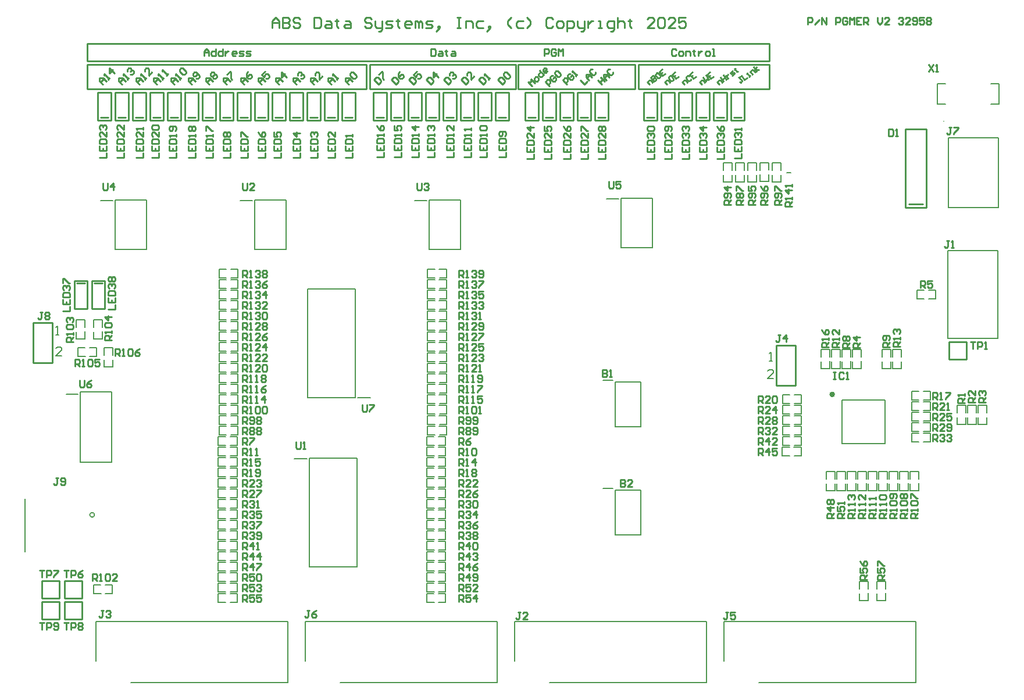
<source format=gto>
G04*
G04 #@! TF.GenerationSoftware,Altium Limited,Altium Designer,22.3.1 (43)*
G04*
G04 Layer_Color=65535*
%FSLAX25Y25*%
%MOIN*%
G70*
G04*
G04 #@! TF.SameCoordinates,F15A7EA6-3F3C-4714-8FA7-CF7AF9E4284A*
G04*
G04*
G04 #@! TF.FilePolarity,Positive*
G04*
G01*
G75*
%ADD10C,0.01575*%
%ADD11C,0.00394*%
%ADD12C,0.00787*%
%ADD13C,0.00282*%
%ADD14C,0.01000*%
%ADD15C,0.00500*%
%ADD16C,0.00800*%
D10*
X462776Y172748D02*
G03*
X462776Y172748I-787J0D01*
G01*
D11*
X539213Y322205D02*
G03*
X539213Y322598I0J197D01*
G01*
D02*
G03*
X539213Y322205I0J-197D01*
G01*
D12*
X39088Y103689D02*
G03*
X39088Y103689I-1324J0D01*
G01*
X435819Y300000D02*
X438181D01*
X153559Y135984D02*
X161039D01*
X162417Y73748D02*
Y136252D01*
Y73748D02*
X189583D01*
Y136252D01*
X162417D02*
X189583D01*
X161417Y170748D02*
X188583D01*
X161417D02*
Y233252D01*
X188583D01*
Y170748D02*
Y233252D01*
X189961Y171016D02*
X197441D01*
X330532Y118780D02*
X336339D01*
X337717Y92205D02*
Y117795D01*
Y92205D02*
X352284D01*
Y117795D01*
X337717D02*
X352284D01*
X467598Y144598D02*
Y169402D01*
Y144598D02*
X492402D01*
Y169402D01*
X467598D02*
X492402D01*
X556811Y204764D02*
Y255236D01*
X528268Y204764D02*
X556811D01*
X528268D02*
Y255236D01*
X556811D01*
X180000Y7500D02*
X270000D01*
Y42500D01*
X160000D02*
X270000D01*
X160000Y20000D02*
Y42500D01*
X528583Y320000D02*
X557126D01*
X528583Y280000D02*
Y320000D01*
Y280000D02*
X557126D01*
Y320000D01*
X-669Y82504D02*
Y112819D01*
X332480Y284780D02*
X339567D01*
X340945Y256827D02*
Y285173D01*
Y256827D02*
X359055D01*
Y285173D01*
X340945D02*
X359055D01*
X30945Y174228D02*
X49055D01*
Y133772D02*
Y174228D01*
X30945Y133772D02*
X49055D01*
X30945D02*
Y174228D01*
X22874Y172898D02*
X29567D01*
X522284Y339094D02*
Y350905D01*
X557717Y339094D02*
Y350905D01*
X553083D02*
X557717D01*
X522284D02*
X526917D01*
X553083Y339094D02*
X557717D01*
X522284D02*
X526917D01*
X280000Y20000D02*
Y42500D01*
X390000D01*
Y7500D02*
Y42500D01*
X300000Y7500D02*
X390000D01*
X400000Y20000D02*
Y42500D01*
X510000D01*
Y7500D02*
Y42500D01*
X420000Y7500D02*
X510000D01*
X337717Y179795D02*
X352284D01*
Y154205D02*
Y179795D01*
X337717Y154205D02*
X352284D01*
X337717D02*
Y179795D01*
X330532Y180780D02*
X336339D01*
X50945Y284173D02*
X69055D01*
Y255827D02*
Y284173D01*
X50945Y255827D02*
X69055D01*
X50945D02*
Y284173D01*
X42480Y283780D02*
X49567D01*
X230945Y284173D02*
X249055D01*
Y255827D02*
Y284173D01*
X230945Y255827D02*
X249055D01*
X230945D02*
Y284173D01*
X222480Y283780D02*
X229567D01*
X130945Y284173D02*
X149055D01*
Y255827D02*
Y284173D01*
X130945Y255827D02*
X149055D01*
X130945D02*
Y284173D01*
X122480Y283780D02*
X129567D01*
X40000Y20000D02*
Y42500D01*
X150000D01*
Y7500D02*
Y42500D01*
X60000Y7500D02*
X150000D01*
D13*
X525772Y329378D02*
G03*
X526055Y329378I142J0D01*
G01*
D02*
G03*
X525772Y329378I-142J0D01*
G01*
D14*
X35000Y348000D02*
X195000D01*
X35000Y362000D02*
X195000D01*
Y348000D02*
Y362000D01*
X35000Y348000D02*
Y362000D01*
X351000Y348000D02*
X426000D01*
X351000Y362000D02*
X426000D01*
Y348000D02*
Y362000D01*
X351000Y348000D02*
Y362000D01*
X35000Y364000D02*
X426000D01*
X35000Y374000D02*
X426000D01*
Y364000D02*
Y374000D01*
X35000Y364000D02*
Y374000D01*
X282000Y348000D02*
X349000D01*
X282000Y362000D02*
X349000D01*
Y348000D02*
Y362000D01*
X282000Y348000D02*
Y362000D01*
X197000Y348000D02*
X280500D01*
X197000Y362000D02*
X280500D01*
Y348000D02*
Y362000D01*
X197000Y348000D02*
Y362000D01*
X405500Y331500D02*
X410000D01*
X404000Y330000D02*
X411500D01*
Y346000D01*
X404000D02*
X411500D01*
X404000Y330000D02*
Y346000D01*
X515000Y280000D02*
X516000D01*
X504000D02*
X509000D01*
X515000D01*
X504000D02*
Y325000D01*
X516000D01*
X506000Y282000D02*
X514000D01*
X516000Y280000D02*
Y319000D01*
Y325000D01*
X4000Y191000D02*
Y214000D01*
Y191000D02*
X15000D01*
Y214000D01*
X4000D02*
X15000D01*
X17000Y44000D02*
X19000D01*
X9000Y54000D02*
X19000D01*
X9000Y44000D02*
Y54000D01*
Y44000D02*
X19000D01*
Y54000D01*
X394000Y330000D02*
Y346000D01*
X401500D01*
Y330000D02*
Y346000D01*
X394000Y330000D02*
X401500D01*
X395500Y331500D02*
X400000D01*
X365500D02*
X370000D01*
X364000Y330000D02*
X371500D01*
Y346000D01*
X364000D02*
X371500D01*
X364000Y330000D02*
Y346000D01*
X385500Y331500D02*
X390000D01*
X384000Y330000D02*
X391500D01*
Y346000D01*
X384000D02*
X391500D01*
X384000Y330000D02*
Y346000D01*
X375500Y331500D02*
X380000D01*
X374000Y330000D02*
X381500D01*
Y346000D01*
X374000D02*
X381500D01*
X374000Y330000D02*
Y346000D01*
X355500Y331500D02*
X360000D01*
X354000Y330000D02*
X361500D01*
Y346000D01*
X354000D02*
X361500D01*
X354000Y330000D02*
Y346000D01*
X296000Y330000D02*
Y346000D01*
X303500D01*
Y330000D02*
Y346000D01*
X296000Y330000D02*
X303500D01*
X297500Y331500D02*
X302000D01*
X209000Y330000D02*
Y346000D01*
X216500D01*
Y330000D02*
Y346000D01*
X209000Y330000D02*
X216500D01*
X210500Y331500D02*
X215000D01*
X131000Y330000D02*
Y346000D01*
X138500D01*
Y330000D02*
Y346000D01*
X131000Y330000D02*
X138500D01*
X132500Y331500D02*
X137000D01*
X52500D02*
X57000D01*
X51000Y330000D02*
X58500D01*
Y346000D01*
X51000D02*
X58500D01*
X51000Y330000D02*
Y346000D01*
X539000Y193000D02*
Y203000D01*
X529000Y193000D02*
X539000D01*
X529000D02*
Y203000D01*
X539000D01*
X537000Y193000D02*
X539000D01*
X32000Y44000D02*
Y54000D01*
X22000Y44000D02*
X32000D01*
X22000D02*
Y54000D01*
X32000D01*
X30000Y44000D02*
X32000D01*
X19000Y56000D02*
Y66000D01*
X9000Y56000D02*
X19000D01*
X9000D02*
Y66000D01*
X19000D01*
X17000Y56000D02*
X19000D01*
X32000D02*
Y66000D01*
X22000Y56000D02*
X32000D01*
X22000D02*
Y66000D01*
X32000D01*
X30000Y56000D02*
X32000D01*
X327500Y331500D02*
X332000D01*
X326000Y330000D02*
X333500D01*
Y346000D01*
X326000D02*
X333500D01*
X326000Y330000D02*
Y346000D01*
X307500Y331500D02*
X312000D01*
X306000Y330000D02*
X313500D01*
Y346000D01*
X306000D02*
X313500D01*
X306000Y330000D02*
Y346000D01*
X317500Y331500D02*
X322000D01*
X316000Y330000D02*
X323500D01*
Y346000D01*
X316000D02*
X323500D01*
X316000Y330000D02*
Y346000D01*
X430000Y201000D02*
X441000D01*
Y178000D02*
Y201000D01*
X430000Y178000D02*
X441000D01*
X430000D02*
Y201000D01*
X260500Y331500D02*
X265000D01*
X259000Y330000D02*
X266500D01*
Y346000D01*
X259000D02*
X266500D01*
X259000Y330000D02*
Y346000D01*
X122500Y331500D02*
X127000D01*
X121000Y330000D02*
X128500D01*
Y346000D01*
X121000D02*
X128500D01*
X121000Y330000D02*
Y346000D01*
X240500Y331500D02*
X245000D01*
X239000Y330000D02*
X246500D01*
Y346000D01*
X239000D02*
X246500D01*
X239000Y330000D02*
Y346000D01*
X82500Y331500D02*
X87000D01*
X81000Y330000D02*
X88500D01*
Y346000D01*
X81000D02*
X88500D01*
X81000Y330000D02*
Y346000D01*
X72500Y331500D02*
X77000D01*
X71000Y330000D02*
X78500D01*
Y346000D01*
X71000D02*
X78500D01*
X71000Y330000D02*
Y346000D01*
X200500Y331500D02*
X205000D01*
X199000Y330000D02*
X206500D01*
Y346000D01*
X199000D02*
X206500D01*
X199000Y330000D02*
Y346000D01*
X250500Y331500D02*
X255000D01*
X249000Y330000D02*
X256500D01*
Y346000D01*
X249000D02*
X256500D01*
X249000Y330000D02*
Y346000D01*
X287500Y331500D02*
X292000D01*
X286000Y330000D02*
X293500D01*
Y346000D01*
X286000D02*
X293500D01*
X286000Y330000D02*
Y346000D01*
X270500Y331500D02*
X275000D01*
X269000Y330000D02*
X276500D01*
Y346000D01*
X269000D02*
X276500D01*
X269000Y330000D02*
Y346000D01*
X112500Y331500D02*
X117000D01*
X111000Y330000D02*
X118500D01*
Y346000D01*
X111000D02*
X118500D01*
X111000Y330000D02*
Y346000D01*
X62500Y331500D02*
X67000D01*
X61000Y330000D02*
X68500D01*
Y346000D01*
X61000D02*
X68500D01*
X61000Y330000D02*
Y346000D01*
X220500Y331500D02*
X225000D01*
X219000Y330000D02*
X226500D01*
Y346000D01*
X219000D02*
X226500D01*
X219000Y330000D02*
Y346000D01*
X102500Y331500D02*
X107000D01*
X101000Y330000D02*
X108500D01*
Y346000D01*
X101000D02*
X108500D01*
X101000Y330000D02*
Y346000D01*
X230500Y331500D02*
X235000D01*
X229000Y330000D02*
X236500D01*
Y346000D01*
X229000D02*
X236500D01*
X229000Y330000D02*
Y346000D01*
X92500Y331500D02*
X97000D01*
X91000Y330000D02*
X98500D01*
Y346000D01*
X91000D02*
X98500D01*
X91000Y330000D02*
Y346000D01*
X182500Y331500D02*
X187000D01*
X181000Y330000D02*
X188500D01*
Y346000D01*
X181000D02*
X188500D01*
X181000Y330000D02*
Y346000D01*
X172500Y331500D02*
X177000D01*
X171000Y330000D02*
X178500D01*
Y346000D01*
X171000D02*
X178500D01*
X171000Y330000D02*
Y346000D01*
X152500Y331500D02*
X157000D01*
X151000Y330000D02*
X158500D01*
Y346000D01*
X151000D02*
X158500D01*
X151000Y330000D02*
Y346000D01*
X162500Y331500D02*
X167000D01*
X161000Y330000D02*
X168500D01*
Y346000D01*
X161000D02*
X168500D01*
X161000Y330000D02*
Y346000D01*
X42500Y331500D02*
X47000D01*
X41000Y330000D02*
X48500D01*
Y346000D01*
X41000D02*
X48500D01*
X41000Y330000D02*
Y346000D01*
X142500Y331500D02*
X147000D01*
X141000Y330000D02*
X148500D01*
Y346000D01*
X141000D02*
X148500D01*
X141000Y330000D02*
Y346000D01*
X29000Y236500D02*
X33500D01*
X27500Y238000D02*
X35000D01*
X27500Y222000D02*
Y238000D01*
Y222000D02*
X35000D01*
Y238000D01*
X39000Y236500D02*
X43500D01*
X37500Y238000D02*
X45000D01*
X37500Y222000D02*
Y238000D01*
Y222000D02*
X45000D01*
Y238000D01*
X409163Y354996D02*
X408344Y354423D01*
X408754Y354710D01*
X410187Y352662D01*
X410065Y351966D01*
X409655Y351679D01*
X408959Y351802D01*
X409982Y355570D02*
X411702Y353113D01*
X413340Y354260D01*
X414159Y354833D02*
X414978Y355406D01*
X414568Y355120D01*
X413422Y356757D01*
X413012Y356471D01*
X416206Y356267D02*
X415059Y357904D01*
X416288Y358764D01*
X416984Y358642D01*
X417844Y357413D01*
X418663Y357987D02*
X416943Y360443D01*
X418089Y358806D02*
X418744Y360485D01*
X418089Y358806D02*
X419891Y358847D01*
X327526Y352888D02*
X330000Y350414D01*
X328763Y351651D01*
X330412Y353301D01*
X329175Y354538D01*
X331649Y352064D01*
X332474Y352888D02*
X330825Y354538D01*
Y356187D01*
X332474D01*
X334123Y354538D01*
X332886Y355775D01*
X331237Y354125D01*
X334536Y359073D02*
X333711D01*
X332886Y358249D01*
Y357424D01*
X334536Y355775D01*
X335361D01*
X336185Y356599D01*
X336185Y357424D01*
X317526Y352888D02*
X320000Y350414D01*
X321649Y352064D01*
X322474Y352888D02*
X320825Y354538D01*
Y356187D01*
X322474D01*
X324124Y354538D01*
X322886Y355775D01*
X321237Y354125D01*
X324536Y359073D02*
X323711D01*
X322886Y358249D01*
Y357424D01*
X324536Y355775D01*
X325360D01*
X326185Y356599D01*
X326185Y357424D01*
X44000Y350414D02*
X42115Y352299D01*
Y354184D01*
X44000Y354184D01*
X45885Y352299D01*
X44471Y353713D01*
X42586Y351828D01*
X46828Y353242D02*
X47770Y354184D01*
X47299Y353713D01*
X44471Y356540D01*
Y355598D01*
X50598Y357012D02*
X47770Y359839D01*
Y357012D01*
X49655Y358897D01*
X141000Y382999D02*
Y386998D01*
X142999Y388997D01*
X144999Y386998D01*
Y382999D01*
Y385998D01*
X141000D01*
X146998Y388997D02*
Y382999D01*
X149997D01*
X150997Y383999D01*
Y384999D01*
X149997Y385998D01*
X146998D01*
X149997D01*
X150997Y386998D01*
Y387998D01*
X149997Y388997D01*
X146998D01*
X156995Y387998D02*
X155995Y388997D01*
X153996D01*
X152996Y387998D01*
Y386998D01*
X153996Y385998D01*
X155995D01*
X156995Y384999D01*
Y383999D01*
X155995Y382999D01*
X153996D01*
X152996Y383999D01*
X164992Y388997D02*
Y382999D01*
X167991D01*
X168991Y383999D01*
Y387998D01*
X167991Y388997D01*
X164992D01*
X171990Y386998D02*
X173989D01*
X174989Y385998D01*
Y382999D01*
X171990D01*
X170990Y383999D01*
X171990Y384999D01*
X174989D01*
X177988Y387998D02*
Y386998D01*
X176988D01*
X178988D01*
X177988D01*
Y383999D01*
X178988Y382999D01*
X182986Y386998D02*
X184986D01*
X185985Y385998D01*
Y382999D01*
X182986D01*
X181987Y383999D01*
X182986Y384999D01*
X185985D01*
X197982Y387998D02*
X196982Y388997D01*
X194983D01*
X193983Y387998D01*
Y386998D01*
X194983Y385998D01*
X196982D01*
X197982Y384999D01*
Y383999D01*
X196982Y382999D01*
X194983D01*
X193983Y383999D01*
X199981Y386998D02*
Y383999D01*
X200981Y382999D01*
X203980D01*
Y382000D01*
X202980Y381000D01*
X201980D01*
X203980Y382999D02*
Y386998D01*
X205979Y382999D02*
X208978D01*
X209978Y383999D01*
X208978Y384999D01*
X206979D01*
X205979Y385998D01*
X206979Y386998D01*
X209978D01*
X212977Y387998D02*
Y386998D01*
X211977D01*
X213976D01*
X212977D01*
Y383999D01*
X213976Y382999D01*
X219974D02*
X217975D01*
X216975Y383999D01*
Y385998D01*
X217975Y386998D01*
X219974D01*
X220974Y385998D01*
Y384999D01*
X216975D01*
X222973Y382999D02*
Y386998D01*
X223973D01*
X224973Y385998D01*
Y382999D01*
Y385998D01*
X225973Y386998D01*
X226972Y385998D01*
Y382999D01*
X228972D02*
X231971D01*
X232970Y383999D01*
X231971Y384999D01*
X229971D01*
X228972Y385998D01*
X229971Y386998D01*
X232970D01*
X235969Y382000D02*
X236969Y382999D01*
Y383999D01*
X235969D01*
Y382999D01*
X236969D01*
X235969Y382000D01*
X234970Y381000D01*
X246966Y388997D02*
X248965D01*
X247965D01*
Y382999D01*
X246966D01*
X248965D01*
X251964D02*
Y386998D01*
X254963D01*
X255963Y385998D01*
Y382999D01*
X261961Y386998D02*
X258962D01*
X257962Y385998D01*
Y383999D01*
X258962Y382999D01*
X261961D01*
X264960Y382000D02*
X265960Y382999D01*
Y383999D01*
X264960D01*
Y382999D01*
X265960D01*
X264960Y382000D01*
X263960Y381000D01*
X277956Y382999D02*
X275956Y384999D01*
Y386998D01*
X277956Y388997D01*
X284953Y386998D02*
X281954D01*
X280955Y385998D01*
Y383999D01*
X281954Y382999D01*
X284953D01*
X286953D02*
X288952Y384999D01*
Y386998D01*
X286953Y388997D01*
X301948Y387998D02*
X300948Y388997D01*
X298949D01*
X297949Y387998D01*
Y383999D01*
X298949Y382999D01*
X300948D01*
X301948Y383999D01*
X304947Y382999D02*
X306946D01*
X307946Y383999D01*
Y385998D01*
X306946Y386998D01*
X304947D01*
X303947Y385998D01*
Y383999D01*
X304947Y382999D01*
X309945Y381000D02*
Y386998D01*
X312944D01*
X313944Y385998D01*
Y383999D01*
X312944Y382999D01*
X309945D01*
X315943Y386998D02*
Y383999D01*
X316943Y382999D01*
X319942D01*
Y382000D01*
X318942Y381000D01*
X317943D01*
X319942Y382999D02*
Y386998D01*
X321941D02*
Y382999D01*
Y384999D01*
X322941Y385998D01*
X323941Y386998D01*
X324940D01*
X327940Y382999D02*
X329939D01*
X328939D01*
Y386998D01*
X327940D01*
X334937Y381000D02*
X335937D01*
X336937Y382000D01*
Y386998D01*
X333938D01*
X332938Y385998D01*
Y383999D01*
X333938Y382999D01*
X336937D01*
X338936Y388997D02*
Y382999D01*
Y385998D01*
X339936Y386998D01*
X341935D01*
X342935Y385998D01*
Y382999D01*
X345934Y387998D02*
Y386998D01*
X344934D01*
X346933D01*
X345934D01*
Y383999D01*
X346933Y382999D01*
X359929D02*
X355930D01*
X359929Y386998D01*
Y387998D01*
X358929Y388997D01*
X356930D01*
X355930Y387998D01*
X361929D02*
X362928Y388997D01*
X364928D01*
X365927Y387998D01*
Y383999D01*
X364928Y382999D01*
X362928D01*
X361929Y383999D01*
Y387998D01*
X371925Y382999D02*
X367927D01*
X371925Y386998D01*
Y387998D01*
X370926Y388997D01*
X368926D01*
X367927Y387998D01*
X377923Y388997D02*
X373925D01*
Y385998D01*
X375924Y386998D01*
X376924D01*
X377923Y385998D01*
Y383999D01*
X376924Y382999D01*
X374924D01*
X373925Y383999D01*
X199172Y353242D02*
X202000Y350414D01*
X203414Y351828D01*
Y352770D01*
X201529Y354656D01*
X200586D01*
X199172Y353242D01*
X202000Y356069D02*
X203885Y357954D01*
X204356Y357483D01*
Y353713D01*
X204827Y353242D01*
X209173D02*
X212000Y350414D01*
X213414Y351828D01*
Y352770D01*
X211529Y354656D01*
X210586D01*
X209173Y353242D01*
X213885Y357954D02*
X213414Y356540D01*
X213414Y354656D01*
X214356Y353713D01*
X215299D01*
X216241Y354656D01*
Y355598D01*
X215770Y356069D01*
X214827D01*
X213414Y354656D01*
X219173Y353242D02*
X222000Y350414D01*
X223414Y351828D01*
Y352770D01*
X221529Y354656D01*
X220586D01*
X219173Y353242D01*
X223885Y357954D02*
X222000Y356069D01*
X223414Y354656D01*
X223885Y356069D01*
X224356Y356540D01*
X225299D01*
X226241Y355598D01*
Y354656D01*
X225299Y353713D01*
X224356D01*
X229172Y353242D02*
X232000Y350414D01*
X233414Y351828D01*
Y352770D01*
X231529Y354656D01*
X230586D01*
X229172Y353242D01*
X236241Y354656D02*
X233414Y357483D01*
X233414Y354656D01*
X235299Y356540D01*
X239173Y353242D02*
X242000Y350414D01*
X243414Y351828D01*
Y352770D01*
X241529Y354656D01*
X240586D01*
X239173Y353242D01*
X242471Y355598D02*
Y356540D01*
X243414Y357483D01*
X244356D01*
X244828Y357012D01*
Y356069D01*
X244356Y355598D01*
X244828Y356069D01*
X245770D01*
X246241Y355598D01*
Y354656D01*
X245299Y353713D01*
X244356D01*
X249172Y353242D02*
X252000Y350414D01*
X253414Y351828D01*
Y352770D01*
X251529Y354656D01*
X250586D01*
X249172Y353242D01*
X256713Y355127D02*
X254827Y353242D01*
Y357012D01*
X254356Y357483D01*
X253414D01*
X252471Y356540D01*
Y355598D01*
X259173Y353242D02*
X262000Y350414D01*
X263414Y351828D01*
Y352770D01*
X261529Y354656D01*
X260586D01*
X259173Y353242D01*
X264827D02*
X265770Y354184D01*
X265299Y353713D01*
X262471Y356540D01*
Y355598D01*
X270173Y353242D02*
X273000Y350414D01*
X274414Y351828D01*
Y352770D01*
X272529Y354656D01*
X271586D01*
X270173Y353242D01*
X273471Y355598D02*
Y356540D01*
X274414Y357483D01*
X275356D01*
X277241Y355598D01*
Y354656D01*
X276299Y353713D01*
X275356D01*
X273471Y355598D01*
X55000Y350414D02*
X53115Y352299D01*
Y354184D01*
X55000Y354184D01*
X56885Y352299D01*
X55471Y353713D01*
X53586Y351828D01*
X57828Y353242D02*
X58770Y354184D01*
X58299Y353713D01*
X55471Y356540D01*
Y355598D01*
X57828Y357954D02*
Y358897D01*
X58770Y359839D01*
X59712D01*
X60184Y359368D01*
Y358425D01*
X59712Y357954D01*
X60184Y358425D01*
X61126D01*
X61598Y357954D01*
Y357012D01*
X60655Y356069D01*
X59712D01*
X65000Y350414D02*
X63115Y352299D01*
Y354184D01*
X65000Y354184D01*
X66885Y352299D01*
X65471Y353713D01*
X63586Y351828D01*
X67827Y353242D02*
X68770Y354184D01*
X68299Y353713D01*
X65471Y356540D01*
Y355598D01*
X72069Y357483D02*
X70184Y355598D01*
Y359368D01*
X69713Y359839D01*
X68770D01*
X67827Y358897D01*
Y357954D01*
X75000Y350414D02*
X73115Y352299D01*
Y354184D01*
X75000Y354184D01*
X76885Y352299D01*
X75471Y353713D01*
X73586Y351828D01*
X77828Y353242D02*
X78770Y354184D01*
X78299Y353713D01*
X75471Y356540D01*
Y355598D01*
X80184D02*
X81126Y356540D01*
X80655Y356069D01*
X77828Y358897D01*
Y357954D01*
X85000Y350414D02*
X83115Y352299D01*
Y354184D01*
X85000Y354184D01*
X86885Y352299D01*
X85471Y353713D01*
X83586Y351828D01*
X87827Y353242D02*
X88770Y354184D01*
X88299Y353713D01*
X85471Y356540D01*
Y355598D01*
X87827Y357954D02*
Y358897D01*
X88770Y359839D01*
X89713D01*
X91597Y357954D01*
Y357012D01*
X90655Y356069D01*
X89713D01*
X87827Y357954D01*
X95000Y350414D02*
X93115Y352299D01*
Y354184D01*
X95000Y354184D01*
X96885Y352299D01*
X95471Y353713D01*
X93586Y351828D01*
X97356Y353713D02*
X98299D01*
X99241Y354656D01*
Y355598D01*
X97356Y357483D01*
X96414D01*
X95471Y356540D01*
Y355598D01*
X95942Y355127D01*
X96885D01*
X98299Y356540D01*
X105000Y350414D02*
X103115Y352299D01*
Y354184D01*
X105000Y354184D01*
X106885Y352299D01*
X105471Y353713D01*
X103586Y351828D01*
X105471Y355598D02*
Y356540D01*
X106414Y357483D01*
X107356D01*
X107827Y357012D01*
Y356069D01*
X108770D01*
X109241Y355598D01*
Y354656D01*
X108299Y353713D01*
X107356D01*
X106885Y354184D01*
Y355127D01*
X105942D01*
X105471Y355598D01*
X106885Y355127D02*
X107827Y356069D01*
X115000Y350414D02*
X113115Y352299D01*
Y354184D01*
X115000Y354184D01*
X116885Y352299D01*
X115471Y353713D01*
X113586Y351828D01*
X115000Y356069D02*
X116885Y357954D01*
X117356Y357483D01*
Y353713D01*
X117827Y353242D01*
X125000Y350414D02*
X123115Y352299D01*
Y354184D01*
X125000Y354184D01*
X126885Y352299D01*
X125471Y353713D01*
X123586Y351828D01*
X126885Y357954D02*
X126414Y356540D01*
X126414Y354656D01*
X127356Y353713D01*
X128299D01*
X129241Y354656D01*
Y355598D01*
X128770Y356069D01*
X127828D01*
X126414Y354656D01*
X135000Y350414D02*
X133115Y352299D01*
Y354184D01*
X135000Y354184D01*
X136885Y352299D01*
X135471Y353713D01*
X133586Y351828D01*
X136885Y357954D02*
X135000Y356069D01*
X136414Y354656D01*
X136885Y356069D01*
X137356Y356540D01*
X138299D01*
X139241Y355598D01*
Y354656D01*
X138299Y353713D01*
X137356D01*
X145000Y350414D02*
X143115Y352299D01*
Y354184D01*
X145000Y354184D01*
X146885Y352299D01*
X145471Y353713D01*
X143586Y351828D01*
X149241Y354656D02*
X146414Y357483D01*
X146414Y354656D01*
X148299Y356540D01*
X155000Y350414D02*
X153115Y352299D01*
Y354184D01*
X155000Y354184D01*
X156885Y352299D01*
X155471Y353713D01*
X153586Y351828D01*
X155471Y355598D02*
Y356540D01*
X156414Y357483D01*
X157356D01*
X157827Y357012D01*
Y356069D01*
X157356Y355598D01*
X157827Y356069D01*
X158770D01*
X159241Y355598D01*
Y354656D01*
X158299Y353713D01*
X157356D01*
X165000Y350414D02*
X163115Y352299D01*
Y354184D01*
X165000Y354184D01*
X166885Y352299D01*
X165471Y353713D01*
X163586Y351828D01*
X169712Y355127D02*
X167827Y353242D01*
Y357012D01*
X167356Y357483D01*
X166414D01*
X165471Y356540D01*
Y355598D01*
X175000Y350414D02*
X173115Y352299D01*
Y354184D01*
X175000Y354184D01*
X176885Y352299D01*
X175471Y353713D01*
X173586Y351828D01*
X177828Y353242D02*
X178770Y354184D01*
X178299Y353713D01*
X175471Y356540D01*
Y355598D01*
X185000Y350414D02*
X183115Y352299D01*
Y354184D01*
X185000Y354184D01*
X186885Y352299D01*
X185471Y353713D01*
X183586Y351828D01*
X185471Y355598D02*
Y356540D01*
X186414Y357483D01*
X187356D01*
X189241Y355598D01*
Y354656D01*
X188299Y353713D01*
X187356D01*
X185471Y355598D01*
X290000Y349414D02*
X287526Y351888D01*
X289175D01*
Y353538D01*
X291649Y351064D01*
X292886Y352301D02*
X293711Y353125D01*
X293711Y353950D01*
X292886Y354775D01*
X292062D01*
X291237Y353950D01*
X291237Y353125D01*
X292062Y352301D01*
X292886D01*
X294124Y358486D02*
X296598Y356012D01*
X295360Y354775D01*
X294536D01*
X293711Y355599D01*
X293711Y356424D01*
X294948Y357661D01*
X298659Y358073D02*
X297835Y357249D01*
X297010D01*
X296185Y358073D01*
X296185Y358898D01*
X297010Y359723D01*
X297835D01*
X298247Y359311D01*
X296598Y357661D01*
X300000Y349414D02*
X297526Y351888D01*
X298763Y353125D01*
X299588D01*
X300412Y352301D01*
X300412Y351476D01*
X299175Y350239D01*
X302062Y355599D02*
X301237D01*
X300412Y354775D01*
X300412Y353950D01*
X302062Y352301D01*
X302886D01*
X303711Y353125D01*
X303711Y353950D01*
X302886Y354775D01*
X302062Y353950D01*
X302886Y356424D02*
Y357249D01*
X303711Y358073D01*
X304536D01*
X306185Y356424D01*
X306185Y355599D01*
X305361Y354775D01*
X304536D01*
X302886Y356424D01*
X310000Y350414D02*
X307526Y352888D01*
X308763Y354125D01*
X309588D01*
X310412Y353301D01*
X310412Y352476D01*
X309175Y351239D01*
X312062Y356599D02*
X311237D01*
X310412Y355775D01*
X310412Y354950D01*
X312062Y353301D01*
X312886D01*
X313711Y354125D01*
X313711Y354950D01*
X312886Y355775D01*
X312062Y354950D01*
X314948Y355362D02*
X315773Y356187D01*
X315360Y355775D01*
X312886Y358249D01*
Y357424D01*
X357246Y350393D02*
X356099Y352030D01*
X357327Y352891D01*
X358023Y352768D01*
X358883Y351539D01*
X357982Y354570D02*
X359702Y352113D01*
X360931Y352973D01*
X361053Y353669D01*
X360767Y354079D01*
X360070Y354201D01*
X358842Y353341D01*
X360070Y354201D01*
X360193Y354897D01*
X359907Y355307D01*
X359210Y355430D01*
X357982Y354570D01*
X361667Y357150D02*
X360848Y356576D01*
X360725Y355880D01*
X361872Y354242D01*
X362568Y354120D01*
X363387Y354693D01*
X363510Y355389D01*
X362363Y357027D01*
X361667Y357150D01*
X364533Y359157D02*
X362895Y358010D01*
X364616Y355553D01*
X366253Y356700D01*
X363755Y356782D02*
X364574Y357355D01*
X387246Y350393D02*
X386099Y352030D01*
X387327Y352891D01*
X388023Y352768D01*
X388883Y351539D01*
X387982Y354570D02*
X389702Y352113D01*
X389948Y353505D01*
X391340Y353260D01*
X389620Y355716D01*
X392076Y357436D02*
X390439Y356290D01*
X392159Y353833D01*
X393797Y354980D01*
X391299Y355061D02*
X392118Y355635D01*
X367246Y350393D02*
X366099Y352030D01*
X367327Y352891D01*
X368023Y352768D01*
X368883Y351539D01*
X369210Y355430D02*
X368391Y354856D01*
X368269Y354160D01*
X369415Y352522D01*
X370112Y352400D01*
X370931Y352973D01*
X371053Y353669D01*
X369906Y355307D01*
X369210Y355430D01*
X372077Y357436D02*
X370439Y356290D01*
X372159Y353833D01*
X373797Y354980D01*
X371299Y355061D02*
X372118Y355635D01*
X397246Y350393D02*
X396099Y352030D01*
X397327Y352891D01*
X398023Y352768D01*
X398883Y351539D01*
X397982Y354570D02*
X399702Y352113D01*
X398842Y353341D01*
X400480Y354488D01*
X399620Y355716D01*
X401340Y353260D01*
X401012Y355471D02*
X402159Y353833D01*
X401585Y354652D01*
X401708Y355348D01*
X401831Y356044D01*
X402241Y356331D01*
X404616Y355553D02*
X405844Y356413D01*
X405967Y357109D01*
X405270Y357232D01*
X404452Y356659D01*
X403756Y356782D01*
X403878Y357478D01*
X405107Y358338D01*
X406048Y359607D02*
X406335Y359198D01*
X405926Y358911D01*
X406744Y359485D01*
X406335Y359198D01*
X407195Y357970D01*
X407891Y357847D01*
X377246Y350393D02*
X376099Y352030D01*
X377327Y352891D01*
X378023Y352768D01*
X378883Y351539D01*
X379907Y355307D02*
X379210Y355430D01*
X378392Y354856D01*
X378269Y354160D01*
X379415Y352522D01*
X380112Y352400D01*
X380931Y352973D01*
X381053Y353669D01*
X382077Y357436D02*
X380439Y356290D01*
X382159Y353833D01*
X383797Y354980D01*
X381299Y355061D02*
X382118Y355635D01*
X232000Y370999D02*
Y367000D01*
X233999D01*
X234666Y367666D01*
Y370332D01*
X233999Y370999D01*
X232000D01*
X236665Y369666D02*
X237998D01*
X238665Y368999D01*
Y367000D01*
X236665D01*
X235999Y367666D01*
X236665Y368333D01*
X238665D01*
X240664Y370332D02*
Y369666D01*
X239997D01*
X241330D01*
X240664D01*
Y367666D01*
X241330Y367000D01*
X243996Y369666D02*
X245329D01*
X245995Y368999D01*
Y367000D01*
X243996D01*
X243330Y367666D01*
X243996Y368333D01*
X245995D01*
X102000Y367000D02*
Y369666D01*
X103333Y370999D01*
X104666Y369666D01*
Y367000D01*
Y368999D01*
X102000D01*
X108665Y370999D02*
Y367000D01*
X106665D01*
X105999Y367666D01*
Y368999D01*
X106665Y369666D01*
X108665D01*
X112663Y370999D02*
Y367000D01*
X110664D01*
X109997Y367666D01*
Y368999D01*
X110664Y369666D01*
X112663D01*
X113996D02*
Y367000D01*
Y368333D01*
X114663Y368999D01*
X115329Y369666D01*
X115996D01*
X119994Y367000D02*
X118661D01*
X117995Y367666D01*
Y368999D01*
X118661Y369666D01*
X119994D01*
X120661Y368999D01*
Y368333D01*
X117995D01*
X121994Y367000D02*
X123993D01*
X124659Y367666D01*
X123993Y368333D01*
X122660D01*
X121994Y368999D01*
X122660Y369666D01*
X124659D01*
X125992Y367000D02*
X127992D01*
X128658Y367666D01*
X127992Y368333D01*
X126659D01*
X125992Y368999D01*
X126659Y369666D01*
X128658D01*
X297000Y367000D02*
Y370999D01*
X298999D01*
X299666Y370332D01*
Y368999D01*
X298999Y368333D01*
X297000D01*
X303664Y370332D02*
X302998Y370999D01*
X301665D01*
X300999Y370332D01*
Y367666D01*
X301665Y367000D01*
X302998D01*
X303664Y367666D01*
Y368999D01*
X302332D01*
X304997Y367000D02*
Y370999D01*
X306330Y369666D01*
X307663Y370999D01*
Y367000D01*
X372666Y370332D02*
X371999Y370999D01*
X370666D01*
X370000Y370332D01*
Y367666D01*
X370666Y367000D01*
X371999D01*
X372666Y367666D01*
X374665Y367000D02*
X375998D01*
X376664Y367666D01*
Y368999D01*
X375998Y369666D01*
X374665D01*
X373999Y368999D01*
Y367666D01*
X374665Y367000D01*
X377997D02*
Y369666D01*
X379997D01*
X380663Y368999D01*
Y367000D01*
X382663Y370332D02*
Y369666D01*
X381996D01*
X383329D01*
X382663D01*
Y367666D01*
X383329Y367000D01*
X385328Y369666D02*
Y367000D01*
Y368333D01*
X385995Y368999D01*
X386661Y369666D01*
X387328D01*
X389994Y367000D02*
X391326D01*
X391993Y367666D01*
Y368999D01*
X391326Y369666D01*
X389994D01*
X389327Y368999D01*
Y367666D01*
X389994Y367000D01*
X393326D02*
X394659D01*
X393992D01*
Y370999D01*
X393326D01*
X448000Y385000D02*
Y388999D01*
X449999D01*
X450666Y388332D01*
Y386999D01*
X449999Y386333D01*
X448000D01*
X451999Y385000D02*
X454665Y387666D01*
X455997Y385000D02*
Y388999D01*
X458663Y385000D01*
Y388999D01*
X463995Y385000D02*
Y388999D01*
X465994D01*
X466661Y388332D01*
Y386999D01*
X465994Y386333D01*
X463995D01*
X470659Y388332D02*
X469993Y388999D01*
X468660D01*
X467993Y388332D01*
Y385666D01*
X468660Y385000D01*
X469993D01*
X470659Y385666D01*
Y386999D01*
X469326D01*
X471992Y385000D02*
Y388999D01*
X473325Y387666D01*
X474658Y388999D01*
Y385000D01*
X478657Y388999D02*
X475991D01*
Y385000D01*
X478657D01*
X475991Y386999D02*
X477324D01*
X479990Y385000D02*
Y388999D01*
X481989D01*
X482655Y388332D01*
Y386999D01*
X481989Y386333D01*
X479990D01*
X481323D02*
X482655Y385000D01*
X487987Y388999D02*
Y386333D01*
X489320Y385000D01*
X490653Y386333D01*
Y388999D01*
X494652Y385000D02*
X491986D01*
X494652Y387666D01*
Y388332D01*
X493985Y388999D01*
X492652D01*
X491986Y388332D01*
X499983D02*
X500650Y388999D01*
X501983D01*
X502649Y388332D01*
Y387666D01*
X501983Y386999D01*
X501316D01*
X501983D01*
X502649Y386333D01*
Y385666D01*
X501983Y385000D01*
X500650D01*
X499983Y385666D01*
X506648Y385000D02*
X503982D01*
X506648Y387666D01*
Y388332D01*
X505981Y388999D01*
X504648D01*
X503982Y388332D01*
X507981Y385666D02*
X508647Y385000D01*
X509980D01*
X510646Y385666D01*
Y388332D01*
X509980Y388999D01*
X508647D01*
X507981Y388332D01*
Y387666D01*
X508647Y386999D01*
X510646D01*
X514645Y388999D02*
X511979D01*
Y386999D01*
X513312Y387666D01*
X513979D01*
X514645Y386999D01*
Y385666D01*
X513979Y385000D01*
X512646D01*
X511979Y385666D01*
X515978Y388332D02*
X516644Y388999D01*
X517977D01*
X518644Y388332D01*
Y387666D01*
X517977Y386999D01*
X518644Y386333D01*
Y385666D01*
X517977Y385000D01*
X516644D01*
X515978Y385666D01*
Y386333D01*
X516644Y386999D01*
X515978Y387666D01*
Y388332D01*
X516644Y386999D02*
X517977D01*
X438999Y280669D02*
X435001D01*
Y282668D01*
X435667Y283334D01*
X437000D01*
X437666Y282668D01*
Y280669D01*
Y282002D02*
X438999Y283334D01*
Y284667D02*
Y286000D01*
Y285334D01*
X435001D01*
X435667Y284667D01*
X438999Y289999D02*
X435001D01*
X437000Y288000D01*
Y290666D01*
X438999Y291998D02*
Y293331D01*
Y292665D01*
X435001D01*
X435667Y291998D01*
X406001Y308336D02*
X409999D01*
Y311002D01*
X406001Y315001D02*
Y312335D01*
X409999D01*
Y315001D01*
X408000Y312335D02*
Y313668D01*
X406001Y316334D02*
X409999D01*
Y318333D01*
X409333Y318999D01*
X406667D01*
X406001Y318333D01*
Y316334D01*
X406667Y320332D02*
X406001Y320999D01*
Y322332D01*
X406667Y322998D01*
X407334D01*
X408000Y322332D01*
Y321665D01*
Y322332D01*
X408666Y322998D01*
X409333D01*
X409999Y322332D01*
Y320999D01*
X409333Y320332D01*
X409999Y324331D02*
Y325664D01*
Y324997D01*
X406001D01*
X406667Y324331D01*
X192668Y166999D02*
Y163667D01*
X193334Y163001D01*
X194667D01*
X195334Y163667D01*
Y166999D01*
X196667D02*
X199332D01*
Y166333D01*
X196667Y163667D01*
Y163001D01*
X248000Y240001D02*
Y243999D01*
X249999D01*
X250666Y243333D01*
Y242000D01*
X249999Y241334D01*
X248000D01*
X249333D02*
X250666Y240001D01*
X251999D02*
X253332D01*
X252665D01*
Y243999D01*
X251999Y243333D01*
X255331D02*
X255997Y243999D01*
X257330D01*
X257997Y243333D01*
Y242666D01*
X257330Y242000D01*
X256664D01*
X257330D01*
X257997Y241334D01*
Y240667D01*
X257330Y240001D01*
X255997D01*
X255331Y240667D01*
X259330D02*
X259996Y240001D01*
X261329D01*
X261996Y240667D01*
Y243333D01*
X261329Y243999D01*
X259996D01*
X259330Y243333D01*
Y242666D01*
X259996Y242000D01*
X261996D01*
X124000Y240001D02*
Y243999D01*
X125999D01*
X126666Y243333D01*
Y242000D01*
X125999Y241334D01*
X124000D01*
X125333D02*
X126666Y240001D01*
X127999D02*
X129332D01*
X128665D01*
Y243999D01*
X127999Y243333D01*
X131331D02*
X131997Y243999D01*
X133330D01*
X133997Y243333D01*
Y242666D01*
X133330Y242000D01*
X132664D01*
X133330D01*
X133997Y241334D01*
Y240667D01*
X133330Y240001D01*
X131997D01*
X131331Y240667D01*
X135330Y243333D02*
X135996Y243999D01*
X137329D01*
X137996Y243333D01*
Y242666D01*
X137329Y242000D01*
X137996Y241334D01*
Y240667D01*
X137329Y240001D01*
X135996D01*
X135330Y240667D01*
Y241334D01*
X135996Y242000D01*
X135330Y242666D01*
Y243333D01*
X135996Y242000D02*
X137329D01*
X248000Y234001D02*
Y237999D01*
X249999D01*
X250666Y237333D01*
Y236000D01*
X249999Y235334D01*
X248000D01*
X249333D02*
X250666Y234001D01*
X251999D02*
X253332D01*
X252665D01*
Y237999D01*
X251999Y237333D01*
X255331D02*
X255997Y237999D01*
X257330D01*
X257997Y237333D01*
Y236666D01*
X257330Y236000D01*
X256664D01*
X257330D01*
X257997Y235334D01*
Y234667D01*
X257330Y234001D01*
X255997D01*
X255331Y234667D01*
X259330Y237999D02*
X261996D01*
Y237333D01*
X259330Y234667D01*
Y234001D01*
X124000D02*
Y237999D01*
X125999D01*
X126666Y237333D01*
Y236000D01*
X125999Y235334D01*
X124000D01*
X125333D02*
X126666Y234001D01*
X127999D02*
X129332D01*
X128665D01*
Y237999D01*
X127999Y237333D01*
X131331D02*
X131997Y237999D01*
X133330D01*
X133997Y237333D01*
Y236666D01*
X133330Y236000D01*
X132664D01*
X133330D01*
X133997Y235334D01*
Y234667D01*
X133330Y234001D01*
X131997D01*
X131331Y234667D01*
X137996Y237999D02*
X136663Y237333D01*
X135330Y236000D01*
Y234667D01*
X135996Y234001D01*
X137329D01*
X137996Y234667D01*
Y235334D01*
X137329Y236000D01*
X135330D01*
X248000Y228001D02*
Y231999D01*
X249999D01*
X250666Y231333D01*
Y230000D01*
X249999Y229334D01*
X248000D01*
X249333D02*
X250666Y228001D01*
X251999D02*
X253332D01*
X252665D01*
Y231999D01*
X251999Y231333D01*
X255331D02*
X255997Y231999D01*
X257330D01*
X257997Y231333D01*
Y230666D01*
X257330Y230000D01*
X256664D01*
X257330D01*
X257997Y229334D01*
Y228667D01*
X257330Y228001D01*
X255997D01*
X255331Y228667D01*
X261996Y231999D02*
X259330D01*
Y230000D01*
X260663Y230666D01*
X261329D01*
X261996Y230000D01*
Y228667D01*
X261329Y228001D01*
X259996D01*
X259330Y228667D01*
X124000Y228001D02*
Y231999D01*
X125999D01*
X126666Y231333D01*
Y230000D01*
X125999Y229334D01*
X124000D01*
X125333D02*
X126666Y228001D01*
X127999D02*
X129332D01*
X128665D01*
Y231999D01*
X127999Y231333D01*
X131331D02*
X131997Y231999D01*
X133330D01*
X133997Y231333D01*
Y230666D01*
X133330Y230000D01*
X132664D01*
X133330D01*
X133997Y229334D01*
Y228667D01*
X133330Y228001D01*
X131997D01*
X131331Y228667D01*
X137329Y228001D02*
Y231999D01*
X135330Y230000D01*
X137996D01*
X248000Y222001D02*
Y225999D01*
X249999D01*
X250666Y225333D01*
Y224000D01*
X249999Y223334D01*
X248000D01*
X249333D02*
X250666Y222001D01*
X251999D02*
X253332D01*
X252665D01*
Y225999D01*
X251999Y225333D01*
X255331D02*
X255997Y225999D01*
X257330D01*
X257997Y225333D01*
Y224666D01*
X257330Y224000D01*
X256664D01*
X257330D01*
X257997Y223334D01*
Y222667D01*
X257330Y222001D01*
X255997D01*
X255331Y222667D01*
X259330Y225333D02*
X259996Y225999D01*
X261329D01*
X261996Y225333D01*
Y224666D01*
X261329Y224000D01*
X260663D01*
X261329D01*
X261996Y223334D01*
Y222667D01*
X261329Y222001D01*
X259996D01*
X259330Y222667D01*
X124000Y222001D02*
Y225999D01*
X125999D01*
X126666Y225333D01*
Y224000D01*
X125999Y223334D01*
X124000D01*
X125333D02*
X126666Y222001D01*
X127999D02*
X129332D01*
X128665D01*
Y225999D01*
X127999Y225333D01*
X131331D02*
X131997Y225999D01*
X133330D01*
X133997Y225333D01*
Y224666D01*
X133330Y224000D01*
X132664D01*
X133330D01*
X133997Y223334D01*
Y222667D01*
X133330Y222001D01*
X131997D01*
X131331Y222667D01*
X137996Y222001D02*
X135330D01*
X137996Y224666D01*
Y225333D01*
X137329Y225999D01*
X135996D01*
X135330Y225333D01*
X248000Y216001D02*
Y219999D01*
X249999D01*
X250666Y219333D01*
Y218000D01*
X249999Y217334D01*
X248000D01*
X249333D02*
X250666Y216001D01*
X251999D02*
X253332D01*
X252665D01*
Y219999D01*
X251999Y219333D01*
X255331D02*
X255997Y219999D01*
X257330D01*
X257997Y219333D01*
Y218666D01*
X257330Y218000D01*
X256664D01*
X257330D01*
X257997Y217334D01*
Y216667D01*
X257330Y216001D01*
X255997D01*
X255331Y216667D01*
X259330Y216001D02*
X260663D01*
X259996D01*
Y219999D01*
X259330Y219333D01*
X124000Y216001D02*
Y219999D01*
X125999D01*
X126666Y219333D01*
Y218000D01*
X125999Y217334D01*
X124000D01*
X125333D02*
X126666Y216001D01*
X127999D02*
X129332D01*
X128665D01*
Y219999D01*
X127999Y219333D01*
X131331D02*
X131997Y219999D01*
X133330D01*
X133997Y219333D01*
Y218666D01*
X133330Y218000D01*
X132664D01*
X133330D01*
X133997Y217334D01*
Y216667D01*
X133330Y216001D01*
X131997D01*
X131331Y216667D01*
X135330Y219333D02*
X135996Y219999D01*
X137329D01*
X137996Y219333D01*
Y216667D01*
X137329Y216001D01*
X135996D01*
X135330Y216667D01*
Y219333D01*
X248000Y210001D02*
Y213999D01*
X249999D01*
X250666Y213333D01*
Y212000D01*
X249999Y211334D01*
X248000D01*
X249333D02*
X250666Y210001D01*
X251999D02*
X253332D01*
X252665D01*
Y213999D01*
X251999Y213333D01*
X257997Y210001D02*
X255331D01*
X257997Y212666D01*
Y213333D01*
X257330Y213999D01*
X255997D01*
X255331Y213333D01*
X259330Y210667D02*
X259996Y210001D01*
X261329D01*
X261996Y210667D01*
Y213333D01*
X261329Y213999D01*
X259996D01*
X259330Y213333D01*
Y212666D01*
X259996Y212000D01*
X261996D01*
X124000Y210001D02*
Y213999D01*
X125999D01*
X126666Y213333D01*
Y212000D01*
X125999Y211334D01*
X124000D01*
X125333D02*
X126666Y210001D01*
X127999D02*
X129332D01*
X128665D01*
Y213999D01*
X127999Y213333D01*
X133997Y210001D02*
X131331D01*
X133997Y212666D01*
Y213333D01*
X133330Y213999D01*
X131997D01*
X131331Y213333D01*
X135330D02*
X135996Y213999D01*
X137329D01*
X137996Y213333D01*
Y212666D01*
X137329Y212000D01*
X137996Y211334D01*
Y210667D01*
X137329Y210001D01*
X135996D01*
X135330Y210667D01*
Y211334D01*
X135996Y212000D01*
X135330Y212666D01*
Y213333D01*
X135996Y212000D02*
X137329D01*
X248000Y204001D02*
Y207999D01*
X249999D01*
X250666Y207333D01*
Y206000D01*
X249999Y205334D01*
X248000D01*
X249333D02*
X250666Y204001D01*
X251999D02*
X253332D01*
X252665D01*
Y207999D01*
X251999Y207333D01*
X257997Y204001D02*
X255331D01*
X257997Y206666D01*
Y207333D01*
X257330Y207999D01*
X255997D01*
X255331Y207333D01*
X259330Y207999D02*
X261996D01*
Y207333D01*
X259330Y204667D01*
Y204001D01*
X124000D02*
Y207999D01*
X125999D01*
X126666Y207333D01*
Y206000D01*
X125999Y205334D01*
X124000D01*
X125333D02*
X126666Y204001D01*
X127999D02*
X129332D01*
X128665D01*
Y207999D01*
X127999Y207333D01*
X133997Y204001D02*
X131331D01*
X133997Y206666D01*
Y207333D01*
X133330Y207999D01*
X131997D01*
X131331Y207333D01*
X137996Y207999D02*
X136663Y207333D01*
X135330Y206000D01*
Y204667D01*
X135996Y204001D01*
X137329D01*
X137996Y204667D01*
Y205334D01*
X137329Y206000D01*
X135330D01*
X248000Y198001D02*
Y201999D01*
X249999D01*
X250666Y201333D01*
Y200000D01*
X249999Y199334D01*
X248000D01*
X249333D02*
X250666Y198001D01*
X251999D02*
X253332D01*
X252665D01*
Y201999D01*
X251999Y201333D01*
X257997Y198001D02*
X255331D01*
X257997Y200666D01*
Y201333D01*
X257330Y201999D01*
X255997D01*
X255331Y201333D01*
X261996Y201999D02*
X259330D01*
Y200000D01*
X260663Y200666D01*
X261329D01*
X261996Y200000D01*
Y198667D01*
X261329Y198001D01*
X259996D01*
X259330Y198667D01*
X124000Y198001D02*
Y201999D01*
X125999D01*
X126666Y201333D01*
Y200000D01*
X125999Y199334D01*
X124000D01*
X125333D02*
X126666Y198001D01*
X127999D02*
X129332D01*
X128665D01*
Y201999D01*
X127999Y201333D01*
X133997Y198001D02*
X131331D01*
X133997Y200666D01*
Y201333D01*
X133330Y201999D01*
X131997D01*
X131331Y201333D01*
X137329Y198001D02*
Y201999D01*
X135330Y200000D01*
X137996D01*
X248000Y192001D02*
Y195999D01*
X249999D01*
X250666Y195333D01*
Y194000D01*
X249999Y193333D01*
X248000D01*
X249333D02*
X250666Y192001D01*
X251999D02*
X253332D01*
X252665D01*
Y195999D01*
X251999Y195333D01*
X257997Y192001D02*
X255331D01*
X257997Y194667D01*
Y195333D01*
X257330Y195999D01*
X255997D01*
X255331Y195333D01*
X259330D02*
X259996Y195999D01*
X261329D01*
X261996Y195333D01*
Y194667D01*
X261329Y194000D01*
X260663D01*
X261329D01*
X261996Y193333D01*
Y192667D01*
X261329Y192001D01*
X259996D01*
X259330Y192667D01*
X124000Y192001D02*
Y195999D01*
X125999D01*
X126666Y195333D01*
Y194000D01*
X125999Y193333D01*
X124000D01*
X125333D02*
X126666Y192001D01*
X127999D02*
X129332D01*
X128665D01*
Y195999D01*
X127999Y195333D01*
X133997Y192001D02*
X131331D01*
X133997Y194667D01*
Y195333D01*
X133330Y195999D01*
X131997D01*
X131331Y195333D01*
X137996Y192001D02*
X135330D01*
X137996Y194667D01*
Y195333D01*
X137329Y195999D01*
X135996D01*
X135330Y195333D01*
X248000Y186001D02*
Y189999D01*
X249999D01*
X250666Y189333D01*
Y188000D01*
X249999Y187334D01*
X248000D01*
X249333D02*
X250666Y186001D01*
X251999D02*
X253332D01*
X252665D01*
Y189999D01*
X251999Y189333D01*
X257997Y186001D02*
X255331D01*
X257997Y188666D01*
Y189333D01*
X257330Y189999D01*
X255997D01*
X255331Y189333D01*
X259330Y186001D02*
X260663D01*
X259996D01*
Y189999D01*
X259330Y189333D01*
X124000Y186001D02*
Y189999D01*
X125999D01*
X126666Y189333D01*
Y188000D01*
X125999Y187334D01*
X124000D01*
X125333D02*
X126666Y186001D01*
X127999D02*
X129332D01*
X128665D01*
Y189999D01*
X127999Y189333D01*
X133997Y186001D02*
X131331D01*
X133997Y188666D01*
Y189333D01*
X133330Y189999D01*
X131997D01*
X131331Y189333D01*
X135330D02*
X135996Y189999D01*
X137329D01*
X137996Y189333D01*
Y186667D01*
X137329Y186001D01*
X135996D01*
X135330Y186667D01*
Y189333D01*
X248000Y180001D02*
Y183999D01*
X249999D01*
X250666Y183333D01*
Y182000D01*
X249999Y181333D01*
X248000D01*
X249333D02*
X250666Y180001D01*
X251999D02*
X253332D01*
X252665D01*
Y183999D01*
X251999Y183333D01*
X255331Y180001D02*
X256664D01*
X255997D01*
Y183999D01*
X255331Y183333D01*
X258663Y180667D02*
X259330Y180001D01*
X260663D01*
X261329Y180667D01*
Y183333D01*
X260663Y183999D01*
X259330D01*
X258663Y183333D01*
Y182667D01*
X259330Y182000D01*
X261329D01*
X124000Y180001D02*
Y183999D01*
X125999D01*
X126666Y183333D01*
Y182000D01*
X125999Y181333D01*
X124000D01*
X125333D02*
X126666Y180001D01*
X127999D02*
X129332D01*
X128665D01*
Y183999D01*
X127999Y183333D01*
X131331Y180001D02*
X132664D01*
X131997D01*
Y183999D01*
X131331Y183333D01*
X134663D02*
X135330Y183999D01*
X136663D01*
X137329Y183333D01*
Y182667D01*
X136663Y182000D01*
X137329Y181333D01*
Y180667D01*
X136663Y180001D01*
X135330D01*
X134663Y180667D01*
Y181333D01*
X135330Y182000D01*
X134663Y182667D01*
Y183333D01*
X135330Y182000D02*
X136663D01*
X248000Y174001D02*
Y177999D01*
X249999D01*
X250666Y177333D01*
Y176000D01*
X249999Y175333D01*
X248000D01*
X249333D02*
X250666Y174001D01*
X251999D02*
X253332D01*
X252665D01*
Y177999D01*
X251999Y177333D01*
X255331Y174001D02*
X256664D01*
X255997D01*
Y177999D01*
X255331Y177333D01*
X258663Y177999D02*
X261329D01*
Y177333D01*
X258663Y174667D01*
Y174001D01*
X124000D02*
Y177999D01*
X125999D01*
X126666Y177333D01*
Y176000D01*
X125999Y175333D01*
X124000D01*
X125333D02*
X126666Y174001D01*
X127999D02*
X129332D01*
X128665D01*
Y177999D01*
X127999Y177333D01*
X131331Y174001D02*
X132664D01*
X131997D01*
Y177999D01*
X131331Y177333D01*
X137329Y177999D02*
X135996Y177333D01*
X134663Y176000D01*
Y174667D01*
X135330Y174001D01*
X136663D01*
X137329Y174667D01*
Y175333D01*
X136663Y176000D01*
X134663D01*
X248000Y168001D02*
Y171999D01*
X249999D01*
X250666Y171333D01*
Y170000D01*
X249999Y169334D01*
X248000D01*
X249333D02*
X250666Y168001D01*
X251999D02*
X253332D01*
X252665D01*
Y171999D01*
X251999Y171333D01*
X255331Y168001D02*
X256664D01*
X255997D01*
Y171999D01*
X255331Y171333D01*
X261329Y171999D02*
X258663D01*
Y170000D01*
X259996Y170667D01*
X260663D01*
X261329Y170000D01*
Y168667D01*
X260663Y168001D01*
X259330D01*
X258663Y168667D01*
X124000Y168001D02*
Y171999D01*
X125999D01*
X126666Y171333D01*
Y170000D01*
X125999Y169334D01*
X124000D01*
X125333D02*
X126666Y168001D01*
X127999D02*
X129332D01*
X128665D01*
Y171999D01*
X127999Y171333D01*
X131331Y168001D02*
X132664D01*
X131997D01*
Y171999D01*
X131331Y171333D01*
X136663Y168001D02*
Y171999D01*
X134663Y170000D01*
X137329D01*
X248000Y162001D02*
Y165999D01*
X249999D01*
X250666Y165333D01*
Y164000D01*
X249999Y163333D01*
X248000D01*
X249333D02*
X250666Y162001D01*
X251999D02*
X253332D01*
X252665D01*
Y165999D01*
X251999Y165333D01*
X255331D02*
X255997Y165999D01*
X257330D01*
X257997Y165333D01*
Y162667D01*
X257330Y162001D01*
X255997D01*
X255331Y162667D01*
Y165333D01*
X259330Y162001D02*
X260663D01*
X259996D01*
Y165999D01*
X259330Y165333D01*
X124000Y162001D02*
Y165999D01*
X125999D01*
X126666Y165333D01*
Y164000D01*
X125999Y163333D01*
X124000D01*
X125333D02*
X126666Y162001D01*
X127999D02*
X129332D01*
X128665D01*
Y165999D01*
X127999Y165333D01*
X131331D02*
X131997Y165999D01*
X133330D01*
X133997Y165333D01*
Y162667D01*
X133330Y162001D01*
X131997D01*
X131331Y162667D01*
Y165333D01*
X135330D02*
X135996Y165999D01*
X137329D01*
X137996Y165333D01*
Y162667D01*
X137329Y162001D01*
X135996D01*
X135330Y162667D01*
Y165333D01*
X248000Y156001D02*
Y159999D01*
X249999D01*
X250666Y159333D01*
Y158000D01*
X249999Y157334D01*
X248000D01*
X249333D02*
X250666Y156001D01*
X251999Y156667D02*
X252665Y156001D01*
X253998D01*
X254664Y156667D01*
Y159333D01*
X253998Y159999D01*
X252665D01*
X251999Y159333D01*
Y158667D01*
X252665Y158000D01*
X254664D01*
X255997Y156667D02*
X256664Y156001D01*
X257997D01*
X258663Y156667D01*
Y159333D01*
X257997Y159999D01*
X256664D01*
X255997Y159333D01*
Y158667D01*
X256664Y158000D01*
X258663D01*
X124000Y156001D02*
Y159999D01*
X125999D01*
X126666Y159333D01*
Y158000D01*
X125999Y157334D01*
X124000D01*
X125333D02*
X126666Y156001D01*
X127999Y156667D02*
X128665Y156001D01*
X129998D01*
X130665Y156667D01*
Y159333D01*
X129998Y159999D01*
X128665D01*
X127999Y159333D01*
Y158667D01*
X128665Y158000D01*
X130665D01*
X131997Y159333D02*
X132664Y159999D01*
X133997D01*
X134663Y159333D01*
Y158667D01*
X133997Y158000D01*
X134663Y157334D01*
Y156667D01*
X133997Y156001D01*
X132664D01*
X131997Y156667D01*
Y157334D01*
X132664Y158000D01*
X131997Y158667D01*
Y159333D01*
X132664Y158000D02*
X133997D01*
X248000Y150001D02*
Y153999D01*
X249999D01*
X250666Y153333D01*
Y152000D01*
X249999Y151333D01*
X248000D01*
X249333D02*
X250666Y150001D01*
X251999Y153333D02*
X252665Y153999D01*
X253998D01*
X254664Y153333D01*
Y152666D01*
X253998Y152000D01*
X254664Y151333D01*
Y150667D01*
X253998Y150001D01*
X252665D01*
X251999Y150667D01*
Y151333D01*
X252665Y152000D01*
X251999Y152666D01*
Y153333D01*
X252665Y152000D02*
X253998D01*
X255997Y150667D02*
X256664Y150001D01*
X257997D01*
X258663Y150667D01*
Y153333D01*
X257997Y153999D01*
X256664D01*
X255997Y153333D01*
Y152666D01*
X256664Y152000D01*
X258663D01*
X124000Y150001D02*
Y153999D01*
X125999D01*
X126666Y153333D01*
Y152000D01*
X125999Y151333D01*
X124000D01*
X125333D02*
X126666Y150001D01*
X127999Y153333D02*
X128665Y153999D01*
X129998D01*
X130665Y153333D01*
Y152666D01*
X129998Y152000D01*
X130665Y151333D01*
Y150667D01*
X129998Y150001D01*
X128665D01*
X127999Y150667D01*
Y151333D01*
X128665Y152000D01*
X127999Y152666D01*
Y153333D01*
X128665Y152000D02*
X129998D01*
X131997Y153333D02*
X132664Y153999D01*
X133997D01*
X134663Y153333D01*
Y152666D01*
X133997Y152000D01*
X134663Y151333D01*
Y150667D01*
X133997Y150001D01*
X132664D01*
X131997Y150667D01*
Y151333D01*
X132664Y152000D01*
X131997Y152666D01*
Y153333D01*
X132664Y152000D02*
X133997D01*
X432999Y281668D02*
X429001D01*
Y283668D01*
X429667Y284334D01*
X431000D01*
X431666Y283668D01*
Y281668D01*
Y283001D02*
X432999Y284334D01*
X432333Y285667D02*
X432999Y286334D01*
Y287666D01*
X432333Y288333D01*
X429667D01*
X429001Y287666D01*
Y286334D01*
X429667Y285667D01*
X430334D01*
X431000Y286334D01*
Y288333D01*
X429001Y289666D02*
Y292332D01*
X429667D01*
X432333Y289666D01*
X432999D01*
X424999Y281668D02*
X421001D01*
Y283668D01*
X421667Y284334D01*
X423000D01*
X423666Y283668D01*
Y281668D01*
Y283001D02*
X424999Y284334D01*
X424333Y285667D02*
X424999Y286334D01*
Y287666D01*
X424333Y288333D01*
X421667D01*
X421001Y287666D01*
Y286334D01*
X421667Y285667D01*
X422334D01*
X423000Y286334D01*
Y288333D01*
X421001Y292332D02*
X421667Y290999D01*
X423000Y289666D01*
X424333D01*
X424999Y290332D01*
Y291665D01*
X424333Y292332D01*
X423666D01*
X423000Y291665D01*
Y289666D01*
X417999Y281668D02*
X414001D01*
Y283668D01*
X414667Y284334D01*
X416000D01*
X416666Y283668D01*
Y281668D01*
Y283001D02*
X417999Y284334D01*
X417333Y285667D02*
X417999Y286334D01*
Y287666D01*
X417333Y288333D01*
X414667D01*
X414001Y287666D01*
Y286334D01*
X414667Y285667D01*
X415334D01*
X416000Y286334D01*
Y288333D01*
X414001Y292332D02*
Y289666D01*
X416000D01*
X415334Y290999D01*
Y291665D01*
X416000Y292332D01*
X417333D01*
X417999Y291665D01*
Y290332D01*
X417333Y289666D01*
X403999Y281668D02*
X400001D01*
Y283668D01*
X400667Y284334D01*
X402000D01*
X402666Y283668D01*
Y281668D01*
Y283001D02*
X403999Y284334D01*
X403333Y285667D02*
X403999Y286334D01*
Y287667D01*
X403333Y288333D01*
X400667D01*
X400001Y287667D01*
Y286334D01*
X400667Y285667D01*
X401334D01*
X402000Y286334D01*
Y288333D01*
X403999Y291665D02*
X400001D01*
X402000Y289666D01*
Y292332D01*
X410999Y281668D02*
X407001D01*
Y283668D01*
X407667Y284334D01*
X409000D01*
X409666Y283668D01*
Y281668D01*
Y283001D02*
X410999Y284334D01*
X407667Y285667D02*
X407001Y286334D01*
Y287667D01*
X407667Y288333D01*
X408333D01*
X409000Y287667D01*
X409666Y288333D01*
X410333D01*
X410999Y287667D01*
Y286334D01*
X410333Y285667D01*
X409666D01*
X409000Y286334D01*
X408333Y285667D01*
X407667D01*
X409000Y286334D02*
Y287667D01*
X407001Y289666D02*
Y292332D01*
X407667D01*
X410333Y289666D01*
X410999D01*
X396001Y307819D02*
X399999D01*
Y310485D01*
X396001Y314484D02*
Y311818D01*
X399999D01*
Y314484D01*
X398000Y311818D02*
Y313151D01*
X396001Y315817D02*
X399999D01*
Y317816D01*
X399333Y318482D01*
X396667D01*
X396001Y317816D01*
Y315817D01*
X396667Y319815D02*
X396001Y320482D01*
Y321815D01*
X396667Y322481D01*
X397334D01*
X398000Y321815D01*
Y321148D01*
Y321815D01*
X398666Y322481D01*
X399333D01*
X399999Y321815D01*
Y320482D01*
X399333Y319815D01*
X396001Y326480D02*
X396667Y325147D01*
X398000Y323814D01*
X399333D01*
X399999Y324481D01*
Y325814D01*
X399333Y326480D01*
X398666D01*
X398000Y325814D01*
Y323814D01*
X386001Y307819D02*
X389999D01*
Y310485D01*
X386001Y314484D02*
Y311818D01*
X389999D01*
Y314484D01*
X388000Y311818D02*
Y313151D01*
X386001Y315817D02*
X389999D01*
Y317816D01*
X389333Y318482D01*
X386667D01*
X386001Y317816D01*
Y315817D01*
X386667Y319815D02*
X386001Y320482D01*
Y321815D01*
X386667Y322481D01*
X387334D01*
X388000Y321815D01*
Y321148D01*
Y321815D01*
X388666Y322481D01*
X389333D01*
X389999Y321815D01*
Y320482D01*
X389333Y319815D01*
X389999Y325814D02*
X386001D01*
X388000Y323814D01*
Y326480D01*
X376001Y307819D02*
X379999D01*
Y310485D01*
X376001Y314484D02*
Y311818D01*
X379999D01*
Y314484D01*
X378000Y311818D02*
Y313151D01*
X376001Y315817D02*
X379999D01*
Y317816D01*
X379333Y318482D01*
X376667D01*
X376001Y317816D01*
Y315817D01*
X376667Y319815D02*
X376001Y320482D01*
Y321815D01*
X376667Y322481D01*
X377334D01*
X378000Y321815D01*
Y321148D01*
Y321815D01*
X378666Y322481D01*
X379333D01*
X379999Y321815D01*
Y320482D01*
X379333Y319815D01*
X376667Y323814D02*
X376001Y324481D01*
Y325814D01*
X376667Y326480D01*
X377334D01*
X378000Y325814D01*
Y325147D01*
Y325814D01*
X378666Y326480D01*
X379333D01*
X379999Y325814D01*
Y324481D01*
X379333Y323814D01*
X356001Y307819D02*
X359999D01*
Y310485D01*
X356001Y314484D02*
Y311818D01*
X359999D01*
Y314484D01*
X358000Y311818D02*
Y313151D01*
X356001Y315817D02*
X359999D01*
Y317816D01*
X359333Y318482D01*
X356667D01*
X356001Y317816D01*
Y315817D01*
X356667Y319815D02*
X356001Y320482D01*
Y321815D01*
X356667Y322481D01*
X357333D01*
X358000Y321815D01*
Y321148D01*
Y321815D01*
X358666Y322481D01*
X359333D01*
X359999Y321815D01*
Y320482D01*
X359333Y319815D01*
X356667Y323814D02*
X356001Y324481D01*
Y325814D01*
X356667Y326480D01*
X359333D01*
X359999Y325814D01*
Y324481D01*
X359333Y323814D01*
X356667D01*
X366001Y307819D02*
X369999D01*
Y310485D01*
X366001Y314484D02*
Y311818D01*
X369999D01*
Y314484D01*
X368000Y311818D02*
Y313151D01*
X366001Y315817D02*
X369999D01*
Y317816D01*
X369333Y318482D01*
X366667D01*
X366001Y317816D01*
Y315817D01*
X369999Y322481D02*
Y319815D01*
X367334Y322481D01*
X366667D01*
X366001Y321815D01*
Y320482D01*
X366667Y319815D01*
X369333Y323814D02*
X369999Y324481D01*
Y325814D01*
X369333Y326480D01*
X366667D01*
X366001Y325814D01*
Y324481D01*
X366667Y323814D01*
X367334D01*
X368000Y324481D01*
Y326480D01*
X52001Y308670D02*
X55999D01*
Y311335D01*
X52001Y315334D02*
Y312668D01*
X55999D01*
Y315334D01*
X54000Y312668D02*
Y314001D01*
X52001Y316667D02*
X55999D01*
Y318666D01*
X55333Y319333D01*
X52667D01*
X52001Y318666D01*
Y316667D01*
X55999Y323332D02*
Y320666D01*
X53334Y323332D01*
X52667D01*
X52001Y322665D01*
Y321332D01*
X52667Y320666D01*
X55999Y327330D02*
Y324664D01*
X53334Y327330D01*
X52667D01*
X52001Y326664D01*
Y325331D01*
X52667Y324664D01*
X474999Y102002D02*
X471001D01*
Y104002D01*
X471667Y104668D01*
X473000D01*
X473666Y104002D01*
Y102002D01*
Y103335D02*
X474999Y104668D01*
Y106001D02*
Y107334D01*
Y106667D01*
X471001D01*
X471667Y106001D01*
X474999Y109333D02*
Y110666D01*
Y110000D01*
X471001D01*
X471667Y109333D01*
Y112665D02*
X471001Y113332D01*
Y114665D01*
X471667Y115331D01*
X472334D01*
X473000Y114665D01*
Y113998D01*
Y114665D01*
X473666Y115331D01*
X474333D01*
X474999Y114665D01*
Y113332D01*
X474333Y112665D01*
X480999Y102002D02*
X477001D01*
Y104002D01*
X477667Y104668D01*
X479000D01*
X479666Y104002D01*
Y102002D01*
Y103335D02*
X480999Y104668D01*
Y106001D02*
Y107334D01*
Y106667D01*
X477001D01*
X477667Y106001D01*
X480999Y109333D02*
Y110666D01*
Y110000D01*
X477001D01*
X477667Y109333D01*
X480999Y115331D02*
Y112665D01*
X478334Y115331D01*
X477667D01*
X477001Y114665D01*
Y113332D01*
X477667Y112665D01*
X486999Y102002D02*
X483001D01*
Y104002D01*
X483667Y104668D01*
X485000D01*
X485666Y104002D01*
Y102002D01*
Y103335D02*
X486999Y104668D01*
Y106001D02*
Y107334D01*
Y106667D01*
X483001D01*
X483667Y106001D01*
X486999Y109333D02*
Y110666D01*
Y110000D01*
X483001D01*
X483667Y109333D01*
X486999Y112665D02*
Y113998D01*
Y113332D01*
X483001D01*
X483667Y112665D01*
X492999Y102002D02*
X489001D01*
Y104002D01*
X489667Y104668D01*
X491000D01*
X491666Y104002D01*
Y102002D01*
Y103335D02*
X492999Y104668D01*
Y106001D02*
Y107334D01*
Y106667D01*
X489001D01*
X489667Y106001D01*
X492999Y109333D02*
Y110666D01*
Y110000D01*
X489001D01*
X489667Y109333D01*
Y112665D02*
X489001Y113332D01*
Y114665D01*
X489667Y115331D01*
X492333D01*
X492999Y114665D01*
Y113332D01*
X492333Y112665D01*
X489667D01*
X498999Y102002D02*
X495001D01*
Y104002D01*
X495667Y104668D01*
X497000D01*
X497666Y104002D01*
Y102002D01*
Y103335D02*
X498999Y104668D01*
Y106001D02*
Y107334D01*
Y106667D01*
X495001D01*
X495667Y106001D01*
Y109333D02*
X495001Y110000D01*
Y111333D01*
X495667Y111999D01*
X498333D01*
X498999Y111333D01*
Y110000D01*
X498333Y109333D01*
X495667D01*
X498333Y113332D02*
X498999Y113998D01*
Y115331D01*
X498333Y115998D01*
X495667D01*
X495001Y115331D01*
Y113998D01*
X495667Y113332D01*
X496334D01*
X497000Y113998D01*
Y115998D01*
X504999Y102002D02*
X501001D01*
Y104002D01*
X501667Y104668D01*
X503000D01*
X503666Y104002D01*
Y102002D01*
Y103335D02*
X504999Y104668D01*
Y106001D02*
Y107334D01*
Y106667D01*
X501001D01*
X501667Y106001D01*
Y109333D02*
X501001Y110000D01*
Y111333D01*
X501667Y111999D01*
X504333D01*
X504999Y111333D01*
Y110000D01*
X504333Y109333D01*
X501667D01*
Y113332D02*
X501001Y113998D01*
Y115331D01*
X501667Y115998D01*
X502334D01*
X503000Y115331D01*
X503666Y115998D01*
X504333D01*
X504999Y115331D01*
Y113998D01*
X504333Y113332D01*
X503666D01*
X503000Y113998D01*
X502334Y113332D01*
X501667D01*
X503000Y113998D02*
Y115331D01*
X510999Y102002D02*
X507001D01*
Y104002D01*
X507667Y104668D01*
X509000D01*
X509666Y104002D01*
Y102002D01*
Y103335D02*
X510999Y104668D01*
Y106001D02*
Y107334D01*
Y106667D01*
X507001D01*
X507667Y106001D01*
Y109333D02*
X507001Y110000D01*
Y111333D01*
X507667Y111999D01*
X510333D01*
X510999Y111333D01*
Y110000D01*
X510333Y109333D01*
X507667D01*
X507001Y113332D02*
Y115998D01*
X507667D01*
X510333Y113332D01*
X510999D01*
X517334Y361999D02*
X520000Y358001D01*
Y361999D02*
X517334Y358001D01*
X521333D02*
X522666D01*
X521999D01*
Y361999D01*
X521333Y361333D01*
X30668Y180999D02*
Y177667D01*
X31334Y177001D01*
X32667D01*
X33334Y177667D01*
Y180999D01*
X37332D02*
X35999Y180333D01*
X34666Y179000D01*
Y177667D01*
X35333Y177001D01*
X36666D01*
X37332Y177667D01*
Y178333D01*
X36666Y179000D01*
X34666D01*
X334016Y294848D02*
Y291516D01*
X334683Y290850D01*
X336016D01*
X336682Y291516D01*
Y294848D01*
X340681D02*
X338015D01*
Y292849D01*
X339348Y293515D01*
X340014D01*
X340681Y292849D01*
Y291516D01*
X340014Y290850D01*
X338681D01*
X338015Y291516D01*
X44016Y293848D02*
Y290516D01*
X44683Y289850D01*
X46016D01*
X46682Y290516D01*
Y293848D01*
X50014Y289850D02*
Y293848D01*
X48015Y291849D01*
X50681D01*
X224016Y293848D02*
Y290516D01*
X224683Y289850D01*
X226015D01*
X226682Y290516D01*
Y293848D01*
X228015Y293182D02*
X228681Y293848D01*
X230014D01*
X230681Y293182D01*
Y292515D01*
X230014Y291849D01*
X229348D01*
X230014D01*
X230681Y291183D01*
Y290516D01*
X230014Y289850D01*
X228681D01*
X228015Y290516D01*
X124016Y293848D02*
Y290516D01*
X124683Y289850D01*
X126015D01*
X126682Y290516D01*
Y293848D01*
X130681Y289850D02*
X128015D01*
X130681Y292515D01*
Y293182D01*
X130014Y293848D01*
X128681D01*
X128015Y293182D01*
X154783Y145548D02*
Y142216D01*
X155449Y141550D01*
X156782D01*
X157449Y142216D01*
Y145548D01*
X158782Y141550D02*
X160115D01*
X159448D01*
Y145548D01*
X158782Y144882D01*
X7668Y41999D02*
X10334D01*
X9001D01*
Y38001D01*
X11667D02*
Y41999D01*
X13667D01*
X14333Y41333D01*
Y40000D01*
X13667Y39334D01*
X11667D01*
X15666Y38667D02*
X16332Y38001D01*
X17665D01*
X18332Y38667D01*
Y41333D01*
X17665Y41999D01*
X16332D01*
X15666Y41333D01*
Y40666D01*
X16332Y40000D01*
X18332D01*
X21668Y41999D02*
X24334D01*
X23001D01*
Y38001D01*
X25667D02*
Y41999D01*
X27666D01*
X28333Y41333D01*
Y40000D01*
X27666Y39334D01*
X25667D01*
X29666Y41333D02*
X30332Y41999D01*
X31665D01*
X32332Y41333D01*
Y40666D01*
X31665Y40000D01*
X32332Y39334D01*
Y38667D01*
X31665Y38001D01*
X30332D01*
X29666Y38667D01*
Y39334D01*
X30332Y40000D01*
X29666Y40666D01*
Y41333D01*
X30332Y40000D02*
X31665D01*
X7668Y71999D02*
X10334D01*
X9001D01*
Y68001D01*
X11667D02*
Y71999D01*
X13667D01*
X14333Y71333D01*
Y70000D01*
X13667Y69334D01*
X11667D01*
X15666Y71999D02*
X18332D01*
Y71333D01*
X15666Y68667D01*
Y68001D01*
X21668Y71999D02*
X24334D01*
X23001D01*
Y68001D01*
X25667D02*
Y71999D01*
X27666D01*
X28333Y71333D01*
Y70000D01*
X27666Y69334D01*
X25667D01*
X32332Y71999D02*
X30999Y71333D01*
X29666Y70000D01*
Y68667D01*
X30332Y68001D01*
X31665D01*
X32332Y68667D01*
Y69334D01*
X31665Y70000D01*
X29666D01*
X541335Y202999D02*
X544001D01*
X542668D01*
Y199001D01*
X545334D02*
Y202999D01*
X547333D01*
X547999Y202333D01*
Y201000D01*
X547333Y200333D01*
X545334D01*
X549332Y199001D02*
X550665D01*
X549999D01*
Y202999D01*
X549332Y202333D01*
X51002Y195001D02*
Y198999D01*
X53002D01*
X53668Y198333D01*
Y197000D01*
X53002Y196334D01*
X51002D01*
X52335D02*
X53668Y195001D01*
X55001D02*
X56334D01*
X55667D01*
Y198999D01*
X55001Y198333D01*
X58333D02*
X59000Y198999D01*
X60333D01*
X60999Y198333D01*
Y195667D01*
X60333Y195001D01*
X59000D01*
X58333Y195667D01*
Y198333D01*
X64998Y198999D02*
X63665Y198333D01*
X62332Y197000D01*
Y195667D01*
X62998Y195001D01*
X64331D01*
X64998Y195667D01*
Y196334D01*
X64331Y197000D01*
X62332D01*
X28002Y189001D02*
Y192999D01*
X30002D01*
X30668Y192333D01*
Y191000D01*
X30002Y190333D01*
X28002D01*
X29335D02*
X30668Y189001D01*
X32001D02*
X33334D01*
X32667D01*
Y192999D01*
X32001Y192333D01*
X35333D02*
X36000Y192999D01*
X37333D01*
X37999Y192333D01*
Y189667D01*
X37333Y189001D01*
X36000D01*
X35333Y189667D01*
Y192333D01*
X41998Y192999D02*
X39332D01*
Y191000D01*
X40665Y191666D01*
X41331D01*
X41998Y191000D01*
Y189667D01*
X41331Y189001D01*
X39998D01*
X39332Y189667D01*
X48999Y204002D02*
X45001D01*
Y206002D01*
X45667Y206668D01*
X47000D01*
X47666Y206002D01*
Y204002D01*
Y205335D02*
X48999Y206668D01*
Y208001D02*
Y209334D01*
Y208667D01*
X45001D01*
X45667Y208001D01*
Y211333D02*
X45001Y212000D01*
Y213333D01*
X45667Y213999D01*
X48333D01*
X48999Y213333D01*
Y212000D01*
X48333Y211333D01*
X45667D01*
X48999Y217331D02*
X45001D01*
X47000Y215332D01*
Y217998D01*
X26999Y203002D02*
X23001D01*
Y205002D01*
X23667Y205668D01*
X25000D01*
X25666Y205002D01*
Y203002D01*
Y204335D02*
X26999Y205668D01*
Y207001D02*
Y208334D01*
Y207667D01*
X23001D01*
X23667Y207001D01*
Y210333D02*
X23001Y211000D01*
Y212333D01*
X23667Y212999D01*
X26333D01*
X26999Y212333D01*
Y211000D01*
X26333Y210333D01*
X23667D01*
Y214332D02*
X23001Y214998D01*
Y216331D01*
X23667Y216998D01*
X24333D01*
X25000Y216331D01*
Y215665D01*
Y216331D01*
X25666Y216998D01*
X26333D01*
X26999Y216331D01*
Y214998D01*
X26333Y214332D01*
X38002Y66001D02*
Y69999D01*
X40002D01*
X40668Y69333D01*
Y68000D01*
X40002Y67334D01*
X38002D01*
X39335D02*
X40668Y66001D01*
X42001D02*
X43334D01*
X42667D01*
Y69999D01*
X42001Y69333D01*
X45333D02*
X46000Y69999D01*
X47333D01*
X47999Y69333D01*
Y66667D01*
X47333Y66001D01*
X46000D01*
X45333Y66667D01*
Y69333D01*
X51998Y66001D02*
X49332D01*
X51998Y68666D01*
Y69333D01*
X51331Y69999D01*
X49998D01*
X49332Y69333D01*
X491999Y66668D02*
X488001D01*
Y68668D01*
X488667Y69334D01*
X490000D01*
X490666Y68668D01*
Y66668D01*
Y68001D02*
X491999Y69334D01*
X488001Y73333D02*
Y70667D01*
X490000D01*
X489333Y72000D01*
Y72667D01*
X490000Y73333D01*
X491333D01*
X491999Y72667D01*
Y71334D01*
X491333Y70667D01*
X488001Y74666D02*
Y77332D01*
X488667D01*
X491333Y74666D01*
X491999D01*
X481999Y66668D02*
X478001D01*
Y68668D01*
X478667Y69334D01*
X480000D01*
X480666Y68668D01*
Y66668D01*
Y68001D02*
X481999Y69334D01*
X478001Y73333D02*
Y70667D01*
X480000D01*
X479333Y72000D01*
Y72667D01*
X480000Y73333D01*
X481333D01*
X481999Y72667D01*
Y71334D01*
X481333Y70667D01*
X478001Y77332D02*
X478667Y75999D01*
X480000Y74666D01*
X481333D01*
X481999Y75332D01*
Y76665D01*
X481333Y77332D01*
X480666D01*
X480000Y76665D01*
Y74666D01*
X124000Y54001D02*
Y57999D01*
X125999D01*
X126666Y57333D01*
Y56000D01*
X125999Y55334D01*
X124000D01*
X125333D02*
X126666Y54001D01*
X130665Y57999D02*
X127999D01*
Y56000D01*
X129332Y56666D01*
X129998D01*
X130665Y56000D01*
Y54667D01*
X129998Y54001D01*
X128665D01*
X127999Y54667D01*
X134663Y57999D02*
X131997D01*
Y56000D01*
X133330Y56666D01*
X133997D01*
X134663Y56000D01*
Y54667D01*
X133997Y54001D01*
X132664D01*
X131997Y54667D01*
X248000Y54001D02*
Y57999D01*
X249999D01*
X250666Y57333D01*
Y56000D01*
X249999Y55334D01*
X248000D01*
X249333D02*
X250666Y54001D01*
X254664Y57999D02*
X251999D01*
Y56000D01*
X253332Y56666D01*
X253998D01*
X254664Y56000D01*
Y54667D01*
X253998Y54001D01*
X252665D01*
X251999Y54667D01*
X257997Y54001D02*
Y57999D01*
X255997Y56000D01*
X258663D01*
X124000Y60001D02*
Y63999D01*
X125999D01*
X126666Y63333D01*
Y62000D01*
X125999Y61334D01*
X124000D01*
X125333D02*
X126666Y60001D01*
X130665Y63999D02*
X127999D01*
Y62000D01*
X129332Y62666D01*
X129998D01*
X130665Y62000D01*
Y60667D01*
X129998Y60001D01*
X128665D01*
X127999Y60667D01*
X131997Y63333D02*
X132664Y63999D01*
X133997D01*
X134663Y63333D01*
Y62666D01*
X133997Y62000D01*
X133330D01*
X133997D01*
X134663Y61334D01*
Y60667D01*
X133997Y60001D01*
X132664D01*
X131997Y60667D01*
X248000Y60001D02*
Y63999D01*
X249999D01*
X250666Y63333D01*
Y62000D01*
X249999Y61334D01*
X248000D01*
X249333D02*
X250666Y60001D01*
X254664Y63999D02*
X251999D01*
Y62000D01*
X253332Y62666D01*
X253998D01*
X254664Y62000D01*
Y60667D01*
X253998Y60001D01*
X252665D01*
X251999Y60667D01*
X258663Y60001D02*
X255997D01*
X258663Y62666D01*
Y63333D01*
X257997Y63999D01*
X256664D01*
X255997Y63333D01*
X468999Y102002D02*
X465001D01*
Y104002D01*
X465667Y104668D01*
X467000D01*
X467666Y104002D01*
Y102002D01*
Y103335D02*
X468999Y104668D01*
X465001Y108667D02*
Y106001D01*
X467000D01*
X466334Y107334D01*
Y108000D01*
X467000Y108667D01*
X468333D01*
X468999Y108000D01*
Y106667D01*
X468333Y106001D01*
X468999Y110000D02*
Y111333D01*
Y110666D01*
X465001D01*
X465667Y110000D01*
X124000Y66001D02*
Y69999D01*
X125999D01*
X126666Y69333D01*
Y68000D01*
X125999Y67334D01*
X124000D01*
X125333D02*
X126666Y66001D01*
X130665Y69999D02*
X127999D01*
Y68000D01*
X129332Y68666D01*
X129998D01*
X130665Y68000D01*
Y66667D01*
X129998Y66001D01*
X128665D01*
X127999Y66667D01*
X131997Y69333D02*
X132664Y69999D01*
X133997D01*
X134663Y69333D01*
Y66667D01*
X133997Y66001D01*
X132664D01*
X131997Y66667D01*
Y69333D01*
X248000Y66001D02*
Y69999D01*
X249999D01*
X250666Y69333D01*
Y68000D01*
X249999Y67334D01*
X248000D01*
X249333D02*
X250666Y66001D01*
X253998D02*
Y69999D01*
X251999Y68000D01*
X254664D01*
X255997Y66667D02*
X256664Y66001D01*
X257997D01*
X258663Y66667D01*
Y69333D01*
X257997Y69999D01*
X256664D01*
X255997Y69333D01*
Y68666D01*
X256664Y68000D01*
X258663D01*
X462999Y102002D02*
X459001D01*
Y104002D01*
X459667Y104668D01*
X461000D01*
X461666Y104002D01*
Y102002D01*
Y103335D02*
X462999Y104668D01*
Y108000D02*
X459001D01*
X461000Y106001D01*
Y108667D01*
X459667Y110000D02*
X459001Y110666D01*
Y111999D01*
X459667Y112665D01*
X460333D01*
X461000Y111999D01*
X461666Y112665D01*
X462333D01*
X462999Y111999D01*
Y110666D01*
X462333Y110000D01*
X461666D01*
X461000Y110666D01*
X460333Y110000D01*
X459667D01*
X461000Y110666D02*
Y111999D01*
X124000Y72001D02*
Y75999D01*
X125999D01*
X126666Y75333D01*
Y74000D01*
X125999Y73334D01*
X124000D01*
X125333D02*
X126666Y72001D01*
X129998D02*
Y75999D01*
X127999Y74000D01*
X130665D01*
X131997Y75999D02*
X134663D01*
Y75333D01*
X131997Y72667D01*
Y72001D01*
X248000D02*
Y75999D01*
X249999D01*
X250666Y75333D01*
Y74000D01*
X249999Y73334D01*
X248000D01*
X249333D02*
X250666Y72001D01*
X253998D02*
Y75999D01*
X251999Y74000D01*
X254664D01*
X258663Y75999D02*
X257330Y75333D01*
X255997Y74000D01*
Y72667D01*
X256664Y72001D01*
X257997D01*
X258663Y72667D01*
Y73334D01*
X257997Y74000D01*
X255997D01*
X419668Y138001D02*
Y141999D01*
X421668D01*
X422334Y141333D01*
Y140000D01*
X421668Y139333D01*
X419668D01*
X421001D02*
X422334Y138001D01*
X425666D02*
Y141999D01*
X423667Y140000D01*
X426333D01*
X430332Y141999D02*
X427666D01*
Y140000D01*
X428999Y140666D01*
X429665D01*
X430332Y140000D01*
Y138667D01*
X429665Y138001D01*
X428332D01*
X427666Y138667D01*
X124000Y78001D02*
Y81999D01*
X125999D01*
X126666Y81333D01*
Y80000D01*
X125999Y79334D01*
X124000D01*
X125333D02*
X126666Y78001D01*
X129998D02*
Y81999D01*
X127999Y80000D01*
X130665D01*
X133997Y78001D02*
Y81999D01*
X131997Y80000D01*
X134663D01*
X248000Y78001D02*
Y81999D01*
X249999D01*
X250666Y81333D01*
Y80000D01*
X249999Y79334D01*
X248000D01*
X249333D02*
X250666Y78001D01*
X253998D02*
Y81999D01*
X251999Y80000D01*
X254664D01*
X255997Y81333D02*
X256664Y81999D01*
X257997D01*
X258663Y81333D01*
Y80666D01*
X257997Y80000D01*
X257330D01*
X257997D01*
X258663Y79334D01*
Y78667D01*
X257997Y78001D01*
X256664D01*
X255997Y78667D01*
X419668Y144001D02*
Y147999D01*
X421668D01*
X422334Y147333D01*
Y146000D01*
X421668Y145334D01*
X419668D01*
X421001D02*
X422334Y144001D01*
X425666D02*
Y147999D01*
X423667Y146000D01*
X426333D01*
X430332Y144001D02*
X427666D01*
X430332Y146667D01*
Y147333D01*
X429665Y147999D01*
X428332D01*
X427666Y147333D01*
X124000Y84001D02*
Y87999D01*
X125999D01*
X126666Y87333D01*
Y86000D01*
X125999Y85334D01*
X124000D01*
X125333D02*
X126666Y84001D01*
X129998D02*
Y87999D01*
X127999Y86000D01*
X130665D01*
X131997Y84001D02*
X133330D01*
X132664D01*
Y87999D01*
X131997Y87333D01*
X248000Y84001D02*
Y87999D01*
X249999D01*
X250666Y87333D01*
Y86000D01*
X249999Y85334D01*
X248000D01*
X249333D02*
X250666Y84001D01*
X253998D02*
Y87999D01*
X251999Y86000D01*
X254664D01*
X255997Y87333D02*
X256664Y87999D01*
X257997D01*
X258663Y87333D01*
Y84667D01*
X257997Y84001D01*
X256664D01*
X255997Y84667D01*
Y87333D01*
X124000Y90001D02*
Y93999D01*
X125999D01*
X126666Y93333D01*
Y92000D01*
X125999Y91334D01*
X124000D01*
X125333D02*
X126666Y90001D01*
X127999Y93333D02*
X128665Y93999D01*
X129998D01*
X130665Y93333D01*
Y92666D01*
X129998Y92000D01*
X129332D01*
X129998D01*
X130665Y91334D01*
Y90667D01*
X129998Y90001D01*
X128665D01*
X127999Y90667D01*
X131997D02*
X132664Y90001D01*
X133997D01*
X134663Y90667D01*
Y93333D01*
X133997Y93999D01*
X132664D01*
X131997Y93333D01*
Y92666D01*
X132664Y92000D01*
X134663D01*
X248000Y90001D02*
Y93999D01*
X249999D01*
X250666Y93333D01*
Y92000D01*
X249999Y91334D01*
X248000D01*
X249333D02*
X250666Y90001D01*
X251999Y93333D02*
X252665Y93999D01*
X253998D01*
X254664Y93333D01*
Y92666D01*
X253998Y92000D01*
X253332D01*
X253998D01*
X254664Y91334D01*
Y90667D01*
X253998Y90001D01*
X252665D01*
X251999Y90667D01*
X255997Y93333D02*
X256664Y93999D01*
X257997D01*
X258663Y93333D01*
Y92666D01*
X257997Y92000D01*
X258663Y91334D01*
Y90667D01*
X257997Y90001D01*
X256664D01*
X255997Y90667D01*
Y91334D01*
X256664Y92000D01*
X255997Y92666D01*
Y93333D01*
X256664Y92000D02*
X257997D01*
X124000Y96001D02*
Y99999D01*
X125999D01*
X126666Y99333D01*
Y98000D01*
X125999Y97334D01*
X124000D01*
X125333D02*
X126666Y96001D01*
X127999Y99333D02*
X128665Y99999D01*
X129998D01*
X130665Y99333D01*
Y98666D01*
X129998Y98000D01*
X129332D01*
X129998D01*
X130665Y97334D01*
Y96667D01*
X129998Y96001D01*
X128665D01*
X127999Y96667D01*
X131997Y99999D02*
X134663D01*
Y99333D01*
X131997Y96667D01*
Y96001D01*
X248000D02*
Y99999D01*
X249999D01*
X250666Y99333D01*
Y98000D01*
X249999Y97334D01*
X248000D01*
X249333D02*
X250666Y96001D01*
X251999Y99333D02*
X252665Y99999D01*
X253998D01*
X254664Y99333D01*
Y98666D01*
X253998Y98000D01*
X253332D01*
X253998D01*
X254664Y97334D01*
Y96667D01*
X253998Y96001D01*
X252665D01*
X251999Y96667D01*
X258663Y99999D02*
X257330Y99333D01*
X255997Y98000D01*
Y96667D01*
X256664Y96001D01*
X257997D01*
X258663Y96667D01*
Y97334D01*
X257997Y98000D01*
X255997D01*
X124000Y102001D02*
Y105999D01*
X125999D01*
X126666Y105333D01*
Y104000D01*
X125999Y103333D01*
X124000D01*
X125333D02*
X126666Y102001D01*
X127999Y105333D02*
X128665Y105999D01*
X129998D01*
X130665Y105333D01*
Y104666D01*
X129998Y104000D01*
X129332D01*
X129998D01*
X130665Y103333D01*
Y102667D01*
X129998Y102001D01*
X128665D01*
X127999Y102667D01*
X134663Y105999D02*
X131997D01*
Y104000D01*
X133330Y104666D01*
X133997D01*
X134663Y104000D01*
Y102667D01*
X133997Y102001D01*
X132664D01*
X131997Y102667D01*
X248000Y102001D02*
Y105999D01*
X249999D01*
X250666Y105333D01*
Y104000D01*
X249999Y103333D01*
X248000D01*
X249333D02*
X250666Y102001D01*
X251999Y105333D02*
X252665Y105999D01*
X253998D01*
X254664Y105333D01*
Y104666D01*
X253998Y104000D01*
X253332D01*
X253998D01*
X254664Y103333D01*
Y102667D01*
X253998Y102001D01*
X252665D01*
X251999Y102667D01*
X257997Y102001D02*
Y105999D01*
X255997Y104000D01*
X258663D01*
X519668Y146001D02*
Y149999D01*
X521668D01*
X522334Y149333D01*
Y148000D01*
X521668Y147334D01*
X519668D01*
X521001D02*
X522334Y146001D01*
X523667Y149333D02*
X524334Y149999D01*
X525666D01*
X526333Y149333D01*
Y148667D01*
X525666Y148000D01*
X525000D01*
X525666D01*
X526333Y147334D01*
Y146667D01*
X525666Y146001D01*
X524334D01*
X523667Y146667D01*
X527666Y149333D02*
X528332Y149999D01*
X529665D01*
X530332Y149333D01*
Y148667D01*
X529665Y148000D01*
X528999D01*
X529665D01*
X530332Y147334D01*
Y146667D01*
X529665Y146001D01*
X528332D01*
X527666Y146667D01*
X419668Y150001D02*
Y153999D01*
X421668D01*
X422334Y153333D01*
Y152000D01*
X421668Y151333D01*
X419668D01*
X421001D02*
X422334Y150001D01*
X423667Y153333D02*
X424334Y153999D01*
X425666D01*
X426333Y153333D01*
Y152666D01*
X425666Y152000D01*
X425000D01*
X425666D01*
X426333Y151333D01*
Y150667D01*
X425666Y150001D01*
X424334D01*
X423667Y150667D01*
X430332Y150001D02*
X427666D01*
X430332Y152666D01*
Y153333D01*
X429665Y153999D01*
X428332D01*
X427666Y153333D01*
X124000Y108001D02*
Y111999D01*
X125999D01*
X126666Y111333D01*
Y110000D01*
X125999Y109334D01*
X124000D01*
X125333D02*
X126666Y108001D01*
X127999Y111333D02*
X128665Y111999D01*
X129998D01*
X130665Y111333D01*
Y110667D01*
X129998Y110000D01*
X129332D01*
X129998D01*
X130665Y109334D01*
Y108667D01*
X129998Y108001D01*
X128665D01*
X127999Y108667D01*
X131997Y108001D02*
X133330D01*
X132664D01*
Y111999D01*
X131997Y111333D01*
X248000Y108001D02*
Y111999D01*
X249999D01*
X250666Y111333D01*
Y110000D01*
X249999Y109334D01*
X248000D01*
X249333D02*
X250666Y108001D01*
X251999Y111333D02*
X252665Y111999D01*
X253998D01*
X254664Y111333D01*
Y110667D01*
X253998Y110000D01*
X253332D01*
X253998D01*
X254664Y109334D01*
Y108667D01*
X253998Y108001D01*
X252665D01*
X251999Y108667D01*
X255997Y111333D02*
X256664Y111999D01*
X257997D01*
X258663Y111333D01*
Y108667D01*
X257997Y108001D01*
X256664D01*
X255997Y108667D01*
Y111333D01*
X519668Y152001D02*
Y155999D01*
X521668D01*
X522334Y155333D01*
Y154000D01*
X521668Y153333D01*
X519668D01*
X521001D02*
X522334Y152001D01*
X526333D02*
X523667D01*
X526333Y154666D01*
Y155333D01*
X525666Y155999D01*
X524334D01*
X523667Y155333D01*
X527666Y152667D02*
X528332Y152001D01*
X529665D01*
X530332Y152667D01*
Y155333D01*
X529665Y155999D01*
X528332D01*
X527666Y155333D01*
Y154666D01*
X528332Y154000D01*
X530332D01*
X419668Y156001D02*
Y159999D01*
X421668D01*
X422334Y159333D01*
Y158000D01*
X421668Y157334D01*
X419668D01*
X421001D02*
X422334Y156001D01*
X426333D02*
X423667D01*
X426333Y158667D01*
Y159333D01*
X425666Y159999D01*
X424334D01*
X423667Y159333D01*
X427666D02*
X428332Y159999D01*
X429665D01*
X430332Y159333D01*
Y158667D01*
X429665Y158000D01*
X430332Y157334D01*
Y156667D01*
X429665Y156001D01*
X428332D01*
X427666Y156667D01*
Y157334D01*
X428332Y158000D01*
X427666Y158667D01*
Y159333D01*
X428332Y158000D02*
X429665D01*
X124000Y114001D02*
Y117999D01*
X125999D01*
X126666Y117333D01*
Y116000D01*
X125999Y115333D01*
X124000D01*
X125333D02*
X126666Y114001D01*
X130665D02*
X127999D01*
X130665Y116666D01*
Y117333D01*
X129998Y117999D01*
X128665D01*
X127999Y117333D01*
X131997Y117999D02*
X134663D01*
Y117333D01*
X131997Y114667D01*
Y114001D01*
X248000D02*
Y117999D01*
X249999D01*
X250666Y117333D01*
Y116000D01*
X249999Y115333D01*
X248000D01*
X249333D02*
X250666Y114001D01*
X254664D02*
X251999D01*
X254664Y116666D01*
Y117333D01*
X253998Y117999D01*
X252665D01*
X251999Y117333D01*
X258663Y117999D02*
X257330Y117333D01*
X255997Y116000D01*
Y114667D01*
X256664Y114001D01*
X257997D01*
X258663Y114667D01*
Y115333D01*
X257997Y116000D01*
X255997D01*
X519668Y158001D02*
Y161999D01*
X521668D01*
X522334Y161333D01*
Y160000D01*
X521668Y159334D01*
X519668D01*
X521001D02*
X522334Y158001D01*
X526333D02*
X523667D01*
X526333Y160667D01*
Y161333D01*
X525666Y161999D01*
X524334D01*
X523667Y161333D01*
X530332Y161999D02*
X527666D01*
Y160000D01*
X528999Y160667D01*
X529665D01*
X530332Y160000D01*
Y158667D01*
X529665Y158001D01*
X528332D01*
X527666Y158667D01*
X419668Y162001D02*
Y165999D01*
X421668D01*
X422334Y165333D01*
Y164000D01*
X421668Y163333D01*
X419668D01*
X421001D02*
X422334Y162001D01*
X426333D02*
X423667D01*
X426333Y164666D01*
Y165333D01*
X425666Y165999D01*
X424334D01*
X423667Y165333D01*
X429665Y162001D02*
Y165999D01*
X427666Y164000D01*
X430332D01*
X124000Y120001D02*
Y123999D01*
X125999D01*
X126666Y123333D01*
Y122000D01*
X125999Y121334D01*
X124000D01*
X125333D02*
X126666Y120001D01*
X130665D02*
X127999D01*
X130665Y122667D01*
Y123333D01*
X129998Y123999D01*
X128665D01*
X127999Y123333D01*
X131997D02*
X132664Y123999D01*
X133997D01*
X134663Y123333D01*
Y122667D01*
X133997Y122000D01*
X133330D01*
X133997D01*
X134663Y121334D01*
Y120667D01*
X133997Y120001D01*
X132664D01*
X131997Y120667D01*
X248000Y120001D02*
Y123999D01*
X249999D01*
X250666Y123333D01*
Y122000D01*
X249999Y121334D01*
X248000D01*
X249333D02*
X250666Y120001D01*
X254664D02*
X251999D01*
X254664Y122667D01*
Y123333D01*
X253998Y123999D01*
X252665D01*
X251999Y123333D01*
X258663Y120001D02*
X255997D01*
X258663Y122667D01*
Y123333D01*
X257997Y123999D01*
X256664D01*
X255997Y123333D01*
X519668Y164001D02*
Y167999D01*
X521668D01*
X522334Y167333D01*
Y166000D01*
X521668Y165333D01*
X519668D01*
X521001D02*
X522334Y164001D01*
X526333D02*
X523667D01*
X526333Y166666D01*
Y167333D01*
X525666Y167999D01*
X524334D01*
X523667Y167333D01*
X527666Y164001D02*
X528999D01*
X528332D01*
Y167999D01*
X527666Y167333D01*
X419668Y168001D02*
Y171999D01*
X421668D01*
X422334Y171333D01*
Y170000D01*
X421668Y169334D01*
X419668D01*
X421001D02*
X422334Y168001D01*
X426333D02*
X423667D01*
X426333Y170667D01*
Y171333D01*
X425666Y171999D01*
X424334D01*
X423667Y171333D01*
X427666D02*
X428332Y171999D01*
X429665D01*
X430332Y171333D01*
Y168667D01*
X429665Y168001D01*
X428332D01*
X427666Y168667D01*
Y171333D01*
X124000Y126001D02*
Y129999D01*
X125999D01*
X126666Y129333D01*
Y128000D01*
X125999Y127333D01*
X124000D01*
X125333D02*
X126666Y126001D01*
X127999D02*
X129332D01*
X128665D01*
Y129999D01*
X127999Y129333D01*
X131331Y126667D02*
X131997Y126001D01*
X133330D01*
X133997Y126667D01*
Y129333D01*
X133330Y129999D01*
X131997D01*
X131331Y129333D01*
Y128666D01*
X131997Y128000D01*
X133997D01*
X248000Y126001D02*
Y129999D01*
X249999D01*
X250666Y129333D01*
Y128000D01*
X249999Y127333D01*
X248000D01*
X249333D02*
X250666Y126001D01*
X251999D02*
X253332D01*
X252665D01*
Y129999D01*
X251999Y129333D01*
X255331D02*
X255997Y129999D01*
X257330D01*
X257997Y129333D01*
Y128666D01*
X257330Y128000D01*
X257997Y127333D01*
Y126667D01*
X257330Y126001D01*
X255997D01*
X255331Y126667D01*
Y127333D01*
X255997Y128000D01*
X255331Y128666D01*
Y129333D01*
X255997Y128000D02*
X257330D01*
X519668Y170001D02*
Y173999D01*
X521668D01*
X522334Y173333D01*
Y172000D01*
X521668Y171334D01*
X519668D01*
X521001D02*
X522334Y170001D01*
X523667D02*
X525000D01*
X524334D01*
Y173999D01*
X523667Y173333D01*
X526999Y173999D02*
X529665D01*
Y173333D01*
X526999Y170667D01*
Y170001D01*
X459999Y200002D02*
X456001D01*
Y202001D01*
X456667Y202667D01*
X458000D01*
X458666Y202001D01*
Y200002D01*
Y201335D02*
X459999Y202667D01*
Y204000D02*
Y205333D01*
Y204667D01*
X456001D01*
X456667Y204000D01*
X456001Y209998D02*
X456667Y208665D01*
X458000Y207333D01*
X459333D01*
X459999Y207999D01*
Y209332D01*
X459333Y209998D01*
X458666D01*
X458000Y209332D01*
Y207333D01*
X124000Y132001D02*
Y135999D01*
X125999D01*
X126666Y135333D01*
Y134000D01*
X125999Y133334D01*
X124000D01*
X125333D02*
X126666Y132001D01*
X127999D02*
X129332D01*
X128665D01*
Y135999D01*
X127999Y135333D01*
X133997Y135999D02*
X131331D01*
Y134000D01*
X132664Y134667D01*
X133330D01*
X133997Y134000D01*
Y132667D01*
X133330Y132001D01*
X131997D01*
X131331Y132667D01*
X248000Y132001D02*
Y135999D01*
X249999D01*
X250666Y135333D01*
Y134000D01*
X249999Y133334D01*
X248000D01*
X249333D02*
X250666Y132001D01*
X251999D02*
X253332D01*
X252665D01*
Y135999D01*
X251999Y135333D01*
X257330Y132001D02*
Y135999D01*
X255331Y134000D01*
X257997D01*
X500999Y200151D02*
X497001D01*
Y202151D01*
X497667Y202817D01*
X499000D01*
X499666Y202151D01*
Y200151D01*
Y201484D02*
X500999Y202817D01*
Y204150D02*
Y205483D01*
Y204816D01*
X497001D01*
X497667Y204150D01*
Y207482D02*
X497001Y208149D01*
Y209482D01*
X497667Y210148D01*
X498334D01*
X499000Y209482D01*
Y208815D01*
Y209482D01*
X499666Y210148D01*
X500333D01*
X500999Y209482D01*
Y208149D01*
X500333Y207482D01*
X465999Y200002D02*
X462001D01*
Y202001D01*
X462667Y202667D01*
X464000D01*
X464666Y202001D01*
Y200002D01*
Y201335D02*
X465999Y202667D01*
Y204000D02*
Y205333D01*
Y204667D01*
X462001D01*
X462667Y204000D01*
X465999Y209998D02*
Y207333D01*
X463334Y209998D01*
X462667D01*
X462001Y209332D01*
Y207999D01*
X462667Y207333D01*
X124000Y138001D02*
Y141999D01*
X125999D01*
X126666Y141333D01*
Y140000D01*
X125999Y139333D01*
X124000D01*
X125333D02*
X126666Y138001D01*
X127999D02*
X129332D01*
X128665D01*
Y141999D01*
X127999Y141333D01*
X131331Y138001D02*
X132664D01*
X131997D01*
Y141999D01*
X131331Y141333D01*
X248000Y138001D02*
Y141999D01*
X249999D01*
X250666Y141333D01*
Y140000D01*
X249999Y139333D01*
X248000D01*
X249333D02*
X250666Y138001D01*
X251999D02*
X253332D01*
X252665D01*
Y141999D01*
X251999Y141333D01*
X255331D02*
X255997Y141999D01*
X257330D01*
X257997Y141333D01*
Y138667D01*
X257330Y138001D01*
X255997D01*
X255331Y138667D01*
Y141333D01*
X494999Y199817D02*
X491001D01*
Y201817D01*
X491667Y202483D01*
X493000D01*
X493666Y201817D01*
Y199817D01*
Y201150D02*
X494999Y202483D01*
X494333Y203816D02*
X494999Y204483D01*
Y205815D01*
X494333Y206482D01*
X491667D01*
X491001Y205815D01*
Y204483D01*
X491667Y203816D01*
X492334D01*
X493000Y204483D01*
Y206482D01*
X471999Y199668D02*
X468001D01*
Y201667D01*
X468667Y202333D01*
X470000D01*
X470666Y201667D01*
Y199668D01*
Y201001D02*
X471999Y202333D01*
X468667Y203666D02*
X468001Y204333D01*
Y205666D01*
X468667Y206332D01*
X469334D01*
X470000Y205666D01*
X470666Y206332D01*
X471333D01*
X471999Y205666D01*
Y204333D01*
X471333Y203666D01*
X470666D01*
X470000Y204333D01*
X469334Y203666D01*
X468667D01*
X470000Y204333D02*
Y205666D01*
X124000Y144001D02*
Y147999D01*
X125999D01*
X126666Y147333D01*
Y146000D01*
X125999Y145334D01*
X124000D01*
X125333D02*
X126666Y144001D01*
X127999Y147999D02*
X130665D01*
Y147333D01*
X127999Y144667D01*
Y144001D01*
X248000D02*
Y147999D01*
X249999D01*
X250666Y147333D01*
Y146000D01*
X249999Y145334D01*
X248000D01*
X249333D02*
X250666Y144001D01*
X254664Y147999D02*
X253332Y147333D01*
X251999Y146000D01*
Y144667D01*
X252665Y144001D01*
X253998D01*
X254664Y144667D01*
Y145334D01*
X253998Y146000D01*
X251999D01*
X512668Y234001D02*
Y237999D01*
X514667D01*
X515334Y237333D01*
Y236000D01*
X514667Y235334D01*
X512668D01*
X514001D02*
X515334Y234001D01*
X519332Y237999D02*
X516667D01*
Y236000D01*
X517999Y236666D01*
X518666D01*
X519332Y236000D01*
Y234667D01*
X518666Y234001D01*
X517333D01*
X516667Y234667D01*
X477999Y199668D02*
X474001D01*
Y201667D01*
X474667Y202333D01*
X476000D01*
X476666Y201667D01*
Y199668D01*
Y201001D02*
X477999Y202333D01*
Y205666D02*
X474001D01*
X476000Y203666D01*
Y206332D01*
X549999Y168168D02*
X546001D01*
Y170167D01*
X546667Y170834D01*
X548000D01*
X548666Y170167D01*
Y168168D01*
Y169501D02*
X549999Y170834D01*
X546667Y172167D02*
X546001Y172833D01*
Y174166D01*
X546667Y174832D01*
X547334D01*
X548000Y174166D01*
Y173499D01*
Y174166D01*
X548666Y174832D01*
X549333D01*
X549999Y174166D01*
Y172833D01*
X549333Y172167D01*
X543999Y168168D02*
X540001D01*
Y170167D01*
X540667Y170834D01*
X542000D01*
X542666Y170167D01*
Y168168D01*
Y169501D02*
X543999Y170834D01*
Y174832D02*
Y172167D01*
X541334Y174832D01*
X540667D01*
X540001Y174166D01*
Y172833D01*
X540667Y172167D01*
X537999Y167834D02*
X534001D01*
Y169834D01*
X534667Y170500D01*
X536000D01*
X536666Y169834D01*
Y167834D01*
Y169167D02*
X537999Y170500D01*
Y171833D02*
Y173166D01*
Y172499D01*
X534001D01*
X534667Y171833D01*
X47001Y221670D02*
X50999D01*
Y224336D01*
X47001Y228334D02*
Y225668D01*
X50999D01*
Y228334D01*
X49000Y225668D02*
Y227001D01*
X47001Y229667D02*
X50999D01*
Y231666D01*
X50333Y232333D01*
X47667D01*
X47001Y231666D01*
Y229667D01*
X47667Y233666D02*
X47001Y234332D01*
Y235665D01*
X47667Y236332D01*
X48334D01*
X49000Y235665D01*
Y234999D01*
Y235665D01*
X49666Y236332D01*
X50333D01*
X50999Y235665D01*
Y234332D01*
X50333Y233666D01*
X47667Y237665D02*
X47001Y238331D01*
Y239664D01*
X47667Y240330D01*
X48334D01*
X49000Y239664D01*
X49666Y240330D01*
X50333D01*
X50999Y239664D01*
Y238331D01*
X50333Y237665D01*
X49666D01*
X49000Y238331D01*
X48334Y237665D01*
X47667D01*
X49000Y238331D02*
Y239664D01*
X21001Y220670D02*
X24999D01*
Y223336D01*
X21001Y227334D02*
Y224668D01*
X24999D01*
Y227334D01*
X23000Y224668D02*
Y226001D01*
X21001Y228667D02*
X24999D01*
Y230666D01*
X24333Y231333D01*
X21667D01*
X21001Y230666D01*
Y228667D01*
X21667Y232666D02*
X21001Y233332D01*
Y234665D01*
X21667Y235332D01*
X22333D01*
X23000Y234665D01*
Y233999D01*
Y234665D01*
X23666Y235332D01*
X24333D01*
X24999Y234665D01*
Y233332D01*
X24333Y232666D01*
X21001Y236665D02*
Y239330D01*
X21667D01*
X24333Y236665D01*
X24999D01*
X328001Y307819D02*
X331999D01*
Y310485D01*
X328001Y314484D02*
Y311818D01*
X331999D01*
Y314484D01*
X330000Y311818D02*
Y313151D01*
X328001Y315817D02*
X331999D01*
Y317816D01*
X331333Y318482D01*
X328667D01*
X328001Y317816D01*
Y315817D01*
X331999Y322481D02*
Y319815D01*
X329334Y322481D01*
X328667D01*
X328001Y321815D01*
Y320482D01*
X328667Y319815D01*
Y323814D02*
X328001Y324481D01*
Y325814D01*
X328667Y326480D01*
X329334D01*
X330000Y325814D01*
X330666Y326480D01*
X331333D01*
X331999Y325814D01*
Y324481D01*
X331333Y323814D01*
X330666D01*
X330000Y324481D01*
X329334Y323814D01*
X328667D01*
X330000Y324481D02*
Y325814D01*
X318001Y307819D02*
X321999D01*
Y310485D01*
X318001Y314484D02*
Y311818D01*
X321999D01*
Y314484D01*
X320000Y311818D02*
Y313151D01*
X318001Y315817D02*
X321999D01*
Y317816D01*
X321333Y318482D01*
X318667D01*
X318001Y317816D01*
Y315817D01*
X321999Y322481D02*
Y319815D01*
X319334Y322481D01*
X318667D01*
X318001Y321815D01*
Y320482D01*
X318667Y319815D01*
X318001Y323814D02*
Y326480D01*
X318667D01*
X321333Y323814D01*
X321999D01*
X308001Y307819D02*
X311999D01*
Y310485D01*
X308001Y314484D02*
Y311818D01*
X311999D01*
Y314484D01*
X310000Y311818D02*
Y313151D01*
X308001Y315817D02*
X311999D01*
Y317816D01*
X311333Y318482D01*
X308667D01*
X308001Y317816D01*
Y315817D01*
X311999Y322481D02*
Y319815D01*
X309333Y322481D01*
X308667D01*
X308001Y321815D01*
Y320482D01*
X308667Y319815D01*
X308001Y326480D02*
X308667Y325147D01*
X310000Y323814D01*
X311333D01*
X311999Y324481D01*
Y325814D01*
X311333Y326480D01*
X310666D01*
X310000Y325814D01*
Y323814D01*
X297001Y307819D02*
X300999D01*
Y310485D01*
X297001Y314484D02*
Y311818D01*
X300999D01*
Y314484D01*
X299000Y311818D02*
Y313151D01*
X297001Y315817D02*
X300999D01*
Y317816D01*
X300333Y318482D01*
X297667D01*
X297001Y317816D01*
Y315817D01*
X300999Y322481D02*
Y319815D01*
X298334Y322481D01*
X297667D01*
X297001Y321815D01*
Y320482D01*
X297667Y319815D01*
X297001Y326480D02*
Y323814D01*
X299000D01*
X298334Y325147D01*
Y325814D01*
X299000Y326480D01*
X300333D01*
X300999Y325814D01*
Y324481D01*
X300333Y323814D01*
X287001Y307819D02*
X290999D01*
Y310485D01*
X287001Y314484D02*
Y311818D01*
X290999D01*
Y314484D01*
X289000Y311818D02*
Y313151D01*
X287001Y315817D02*
X290999D01*
Y317816D01*
X290333Y318482D01*
X287667D01*
X287001Y317816D01*
Y315817D01*
X290999Y322481D02*
Y319815D01*
X288334Y322481D01*
X287667D01*
X287001Y321815D01*
Y320482D01*
X287667Y319815D01*
X290999Y325814D02*
X287001D01*
X289000Y323814D01*
Y326480D01*
X42001Y308670D02*
X45999D01*
Y311335D01*
X42001Y315334D02*
Y312668D01*
X45999D01*
Y315334D01*
X44000Y312668D02*
Y314001D01*
X42001Y316667D02*
X45999D01*
Y318666D01*
X45333Y319333D01*
X42667D01*
X42001Y318666D01*
Y316667D01*
X45999Y323332D02*
Y320666D01*
X43334Y323332D01*
X42667D01*
X42001Y322665D01*
Y321332D01*
X42667Y320666D01*
Y324664D02*
X42001Y325331D01*
Y326664D01*
X42667Y327330D01*
X43334D01*
X44000Y326664D01*
Y325997D01*
Y326664D01*
X44666Y327330D01*
X45333D01*
X45999Y326664D01*
Y325331D01*
X45333Y324664D01*
X63001Y308670D02*
X66999D01*
Y311335D01*
X63001Y315334D02*
Y312668D01*
X66999D01*
Y315334D01*
X65000Y312668D02*
Y314001D01*
X63001Y316667D02*
X66999D01*
Y318666D01*
X66333Y319333D01*
X63667D01*
X63001Y318666D01*
Y316667D01*
X66999Y323332D02*
Y320666D01*
X64334Y323332D01*
X63667D01*
X63001Y322665D01*
Y321332D01*
X63667Y320666D01*
X66999Y324664D02*
Y325997D01*
Y325331D01*
X63001D01*
X63667Y324664D01*
X72001Y308670D02*
X75999D01*
Y311335D01*
X72001Y315334D02*
Y312668D01*
X75999D01*
Y315334D01*
X74000Y312668D02*
Y314001D01*
X72001Y316667D02*
X75999D01*
Y318666D01*
X75333Y319333D01*
X72667D01*
X72001Y318666D01*
Y316667D01*
X75999Y323332D02*
Y320666D01*
X73334Y323332D01*
X72667D01*
X72001Y322665D01*
Y321332D01*
X72667Y320666D01*
Y324664D02*
X72001Y325331D01*
Y326664D01*
X72667Y327330D01*
X75333D01*
X75999Y326664D01*
Y325331D01*
X75333Y324664D01*
X72667D01*
X82001Y308670D02*
X85999D01*
Y311335D01*
X82001Y315334D02*
Y312668D01*
X85999D01*
Y315334D01*
X84000Y312668D02*
Y314001D01*
X82001Y316667D02*
X85999D01*
Y318666D01*
X85333Y319333D01*
X82667D01*
X82001Y318666D01*
Y316667D01*
X85999Y320666D02*
Y321999D01*
Y321332D01*
X82001D01*
X82667Y320666D01*
X85333Y323998D02*
X85999Y324664D01*
Y325997D01*
X85333Y326664D01*
X82667D01*
X82001Y325997D01*
Y324664D01*
X82667Y323998D01*
X83334D01*
X84000Y324664D01*
Y326664D01*
X93001Y308670D02*
X96999D01*
Y311335D01*
X93001Y315334D02*
Y312668D01*
X96999D01*
Y315334D01*
X95000Y312668D02*
Y314001D01*
X93001Y316667D02*
X96999D01*
Y318666D01*
X96333Y319333D01*
X93667D01*
X93001Y318666D01*
Y316667D01*
X96999Y320666D02*
Y321999D01*
Y321332D01*
X93001D01*
X93667Y320666D01*
Y323998D02*
X93001Y324664D01*
Y325997D01*
X93667Y326664D01*
X94334D01*
X95000Y325997D01*
X95666Y326664D01*
X96333D01*
X96999Y325997D01*
Y324664D01*
X96333Y323998D01*
X95666D01*
X95000Y324664D01*
X94334Y323998D01*
X93667D01*
X95000Y324664D02*
Y325997D01*
X103001Y308670D02*
X106999D01*
Y311335D01*
X103001Y315334D02*
Y312668D01*
X106999D01*
Y315334D01*
X105000Y312668D02*
Y314001D01*
X103001Y316667D02*
X106999D01*
Y318666D01*
X106333Y319333D01*
X103667D01*
X103001Y318666D01*
Y316667D01*
X106999Y320666D02*
Y321999D01*
Y321332D01*
X103001D01*
X103667Y320666D01*
X103001Y323998D02*
Y326664D01*
X103667D01*
X106333Y323998D01*
X106999D01*
X201001Y309003D02*
X204999D01*
Y311669D01*
X201001Y315667D02*
Y313002D01*
X204999D01*
Y315667D01*
X203000Y313002D02*
Y314335D01*
X201001Y317000D02*
X204999D01*
Y319000D01*
X204333Y319666D01*
X201667D01*
X201001Y319000D01*
Y317000D01*
X204999Y320999D02*
Y322332D01*
Y321666D01*
X201001D01*
X201667Y320999D01*
X201001Y326997D02*
X201667Y325664D01*
X203000Y324331D01*
X204333D01*
X204999Y324998D01*
Y326331D01*
X204333Y326997D01*
X203666D01*
X203000Y326331D01*
Y324331D01*
X211001Y309003D02*
X214999D01*
Y311669D01*
X211001Y315667D02*
Y313002D01*
X214999D01*
Y315667D01*
X213000Y313002D02*
Y314335D01*
X211001Y317000D02*
X214999D01*
Y319000D01*
X214333Y319666D01*
X211667D01*
X211001Y319000D01*
Y317000D01*
X214999Y320999D02*
Y322332D01*
Y321666D01*
X211001D01*
X211667Y320999D01*
X211001Y326997D02*
Y324331D01*
X213000D01*
X212334Y325664D01*
Y326331D01*
X213000Y326997D01*
X214333D01*
X214999Y326331D01*
Y324998D01*
X214333Y324331D01*
X221001Y309003D02*
X224999D01*
Y311669D01*
X221001Y315667D02*
Y313002D01*
X224999D01*
Y315667D01*
X223000Y313002D02*
Y314335D01*
X221001Y317000D02*
X224999D01*
Y319000D01*
X224333Y319666D01*
X221667D01*
X221001Y319000D01*
Y317000D01*
X224999Y320999D02*
Y322332D01*
Y321666D01*
X221001D01*
X221667Y320999D01*
X224999Y326331D02*
X221001D01*
X223000Y324331D01*
Y326997D01*
X230001Y309003D02*
X233999D01*
Y311669D01*
X230001Y315667D02*
Y313002D01*
X233999D01*
Y315667D01*
X232000Y313002D02*
Y314335D01*
X230001Y317000D02*
X233999D01*
Y319000D01*
X233333Y319666D01*
X230667D01*
X230001Y319000D01*
Y317000D01*
X233999Y320999D02*
Y322332D01*
Y321666D01*
X230001D01*
X230667Y320999D01*
Y324331D02*
X230001Y324998D01*
Y326331D01*
X230667Y326997D01*
X231334D01*
X232000Y326331D01*
Y325664D01*
Y326331D01*
X232666Y326997D01*
X233333D01*
X233999Y326331D01*
Y324998D01*
X233333Y324331D01*
X241001Y309003D02*
X244999D01*
Y311669D01*
X241001Y315667D02*
Y313002D01*
X244999D01*
Y315667D01*
X243000Y313002D02*
Y314335D01*
X241001Y317000D02*
X244999D01*
Y319000D01*
X244333Y319666D01*
X241667D01*
X241001Y319000D01*
Y317000D01*
X244999Y320999D02*
Y322332D01*
Y321666D01*
X241001D01*
X241667Y320999D01*
X244999Y326997D02*
Y324331D01*
X242334Y326997D01*
X241667D01*
X241001Y326331D01*
Y324998D01*
X241667Y324331D01*
X251001Y309003D02*
X254999D01*
Y311669D01*
X251001Y315667D02*
Y313002D01*
X254999D01*
Y315667D01*
X253000Y313002D02*
Y314335D01*
X251001Y317000D02*
X254999D01*
Y319000D01*
X254333Y319666D01*
X251667D01*
X251001Y319000D01*
Y317000D01*
X254999Y320999D02*
Y322332D01*
Y321666D01*
X251001D01*
X251667Y320999D01*
X254999Y324331D02*
Y325664D01*
Y324998D01*
X251001D01*
X251667Y324331D01*
X260001Y309003D02*
X263999D01*
Y311669D01*
X260001Y315667D02*
Y313002D01*
X263999D01*
Y315667D01*
X262000Y313002D02*
Y314335D01*
X260001Y317000D02*
X263999D01*
Y319000D01*
X263333Y319666D01*
X260667D01*
X260001Y319000D01*
Y317000D01*
X263999Y320999D02*
Y322332D01*
Y321666D01*
X260001D01*
X260667Y320999D01*
Y324331D02*
X260001Y324998D01*
Y326331D01*
X260667Y326997D01*
X263333D01*
X263999Y326331D01*
Y324998D01*
X263333Y324331D01*
X260667D01*
X271001Y309003D02*
X274999D01*
Y311669D01*
X271001Y315667D02*
Y313002D01*
X274999D01*
Y315667D01*
X273000Y313002D02*
Y314335D01*
X271001Y317000D02*
X274999D01*
Y319000D01*
X274333Y319666D01*
X271667D01*
X271001Y319000D01*
Y317000D01*
X274333Y320999D02*
X274999Y321666D01*
Y322998D01*
X274333Y323665D01*
X271667D01*
X271001Y322998D01*
Y321666D01*
X271667Y320999D01*
X272334D01*
X273000Y321666D01*
Y323665D01*
X113001Y308670D02*
X116999D01*
Y311335D01*
X113001Y315334D02*
Y312668D01*
X116999D01*
Y315334D01*
X115000Y312668D02*
Y314001D01*
X113001Y316667D02*
X116999D01*
Y318666D01*
X116333Y319333D01*
X113667D01*
X113001Y318666D01*
Y316667D01*
X113667Y320666D02*
X113001Y321332D01*
Y322665D01*
X113667Y323332D01*
X114333D01*
X115000Y322665D01*
X115666Y323332D01*
X116333D01*
X116999Y322665D01*
Y321332D01*
X116333Y320666D01*
X115666D01*
X115000Y321332D01*
X114333Y320666D01*
X113667D01*
X115000Y321332D02*
Y322665D01*
X123001Y308670D02*
X126999D01*
Y311335D01*
X123001Y315334D02*
Y312668D01*
X126999D01*
Y315334D01*
X125000Y312668D02*
Y314001D01*
X123001Y316667D02*
X126999D01*
Y318666D01*
X126333Y319333D01*
X123667D01*
X123001Y318666D01*
Y316667D01*
Y320666D02*
Y323332D01*
X123667D01*
X126333Y320666D01*
X126999D01*
X133001Y308670D02*
X136999D01*
Y311335D01*
X133001Y315334D02*
Y312668D01*
X136999D01*
Y315334D01*
X135000Y312668D02*
Y314001D01*
X133001Y316667D02*
X136999D01*
Y318666D01*
X136333Y319333D01*
X133667D01*
X133001Y318666D01*
Y316667D01*
Y323332D02*
X133667Y321999D01*
X135000Y320666D01*
X136333D01*
X136999Y321332D01*
Y322665D01*
X136333Y323332D01*
X135667D01*
X135000Y322665D01*
Y320666D01*
X142001Y308670D02*
X145999D01*
Y311335D01*
X142001Y315334D02*
Y312668D01*
X145999D01*
Y315334D01*
X144000Y312668D02*
Y314001D01*
X142001Y316667D02*
X145999D01*
Y318666D01*
X145333Y319333D01*
X142667D01*
X142001Y318666D01*
Y316667D01*
Y323332D02*
Y320666D01*
X144000D01*
X143333Y321999D01*
Y322665D01*
X144000Y323332D01*
X145333D01*
X145999Y322665D01*
Y321332D01*
X145333Y320666D01*
X153001Y308670D02*
X156999D01*
Y311335D01*
X153001Y315334D02*
Y312668D01*
X156999D01*
Y315334D01*
X155000Y312668D02*
Y314001D01*
X153001Y316667D02*
X156999D01*
Y318666D01*
X156333Y319333D01*
X153667D01*
X153001Y318666D01*
Y316667D01*
X156999Y322665D02*
X153001D01*
X155000Y320666D01*
Y323332D01*
X163001Y308670D02*
X166999D01*
Y311335D01*
X163001Y315334D02*
Y312668D01*
X166999D01*
Y315334D01*
X165000Y312668D02*
Y314001D01*
X163001Y316667D02*
X166999D01*
Y318666D01*
X166333Y319333D01*
X163667D01*
X163001Y318666D01*
Y316667D01*
X163667Y320666D02*
X163001Y321332D01*
Y322665D01*
X163667Y323332D01*
X164333D01*
X165000Y322665D01*
Y321999D01*
Y322665D01*
X165666Y323332D01*
X166333D01*
X166999Y322665D01*
Y321332D01*
X166333Y320666D01*
X173001Y308670D02*
X176999D01*
Y311335D01*
X173001Y315334D02*
Y312668D01*
X176999D01*
Y315334D01*
X175000Y312668D02*
Y314001D01*
X173001Y316667D02*
X176999D01*
Y318666D01*
X176333Y319333D01*
X173667D01*
X173001Y318666D01*
Y316667D01*
X176999Y323332D02*
Y320666D01*
X174334Y323332D01*
X173667D01*
X173001Y322665D01*
Y321332D01*
X173667Y320666D01*
X183001Y308670D02*
X186999D01*
Y311335D01*
X183001Y315334D02*
Y312668D01*
X186999D01*
Y315334D01*
X185000Y312668D02*
Y314001D01*
X183001Y316667D02*
X186999D01*
Y318666D01*
X186333Y319333D01*
X183667D01*
X183001Y318666D01*
Y316667D01*
X186999Y320666D02*
Y321999D01*
Y321332D01*
X183001D01*
X183667Y320666D01*
X18334Y124999D02*
X17001D01*
X17667D01*
Y121667D01*
X17001Y121001D01*
X16334D01*
X15668Y121667D01*
X19667D02*
X20333Y121001D01*
X21666D01*
X22332Y121667D01*
Y124333D01*
X21666Y124999D01*
X20333D01*
X19667Y124333D01*
Y123667D01*
X20333Y123000D01*
X22332D01*
X9334Y219999D02*
X8001D01*
X8667D01*
Y216667D01*
X8001Y216001D01*
X7334D01*
X6668Y216667D01*
X10667Y219333D02*
X11333Y219999D01*
X12666D01*
X13332Y219333D01*
Y218666D01*
X12666Y218000D01*
X13332Y217334D01*
Y216667D01*
X12666Y216001D01*
X11333D01*
X10667Y216667D01*
Y217334D01*
X11333Y218000D01*
X10667Y218666D01*
Y219333D01*
X11333Y218000D02*
X12666D01*
X530334Y325999D02*
X529001D01*
X529667D01*
Y322667D01*
X529001Y322001D01*
X528334D01*
X527668Y322667D01*
X531667Y325999D02*
X534332D01*
Y325333D01*
X531667Y322667D01*
Y322001D01*
X162334Y48999D02*
X161001D01*
X161667D01*
Y45667D01*
X161001Y45001D01*
X160334D01*
X159668Y45667D01*
X166332Y48999D02*
X164999Y48333D01*
X163666Y47000D01*
Y45667D01*
X164333Y45001D01*
X165666D01*
X166332Y45667D01*
Y46334D01*
X165666Y47000D01*
X163666D01*
X402334Y47999D02*
X401001D01*
X401667D01*
Y44667D01*
X401001Y44001D01*
X400334D01*
X399668Y44667D01*
X406332Y47999D02*
X403666D01*
Y46000D01*
X404999Y46666D01*
X405666D01*
X406332Y46000D01*
Y44667D01*
X405666Y44001D01*
X404333D01*
X403666Y44667D01*
X432334Y206999D02*
X431001D01*
X431667D01*
Y203667D01*
X431001Y203001D01*
X430334D01*
X429668Y203667D01*
X435666Y203001D02*
Y206999D01*
X433667Y205000D01*
X436332D01*
X44334Y48999D02*
X43001D01*
X43667D01*
Y45667D01*
X43001Y45001D01*
X42334D01*
X41668Y45667D01*
X45667Y48333D02*
X46333Y48999D01*
X47666D01*
X48332Y48333D01*
Y47666D01*
X47666Y47000D01*
X46999D01*
X47666D01*
X48332Y46334D01*
Y45667D01*
X47666Y45001D01*
X46333D01*
X45667Y45667D01*
X283334Y47999D02*
X282001D01*
X282667D01*
Y44667D01*
X282001Y44001D01*
X281334D01*
X280668Y44667D01*
X287332Y44001D02*
X284666D01*
X287332Y46666D01*
Y47333D01*
X286666Y47999D01*
X285333D01*
X284666Y47333D01*
X529000Y260999D02*
X527667D01*
X528334D01*
Y257667D01*
X527667Y257001D01*
X527001D01*
X526334Y257667D01*
X530333Y257001D02*
X531666D01*
X530999D01*
Y260999D01*
X530333Y260333D01*
X462516Y185648D02*
X463849D01*
X463182D01*
Y181650D01*
X462516D01*
X463849D01*
X468514Y184982D02*
X467848Y185648D01*
X466515D01*
X465848Y184982D01*
Y182316D01*
X466515Y181650D01*
X467848D01*
X468514Y182316D01*
X469847Y181650D02*
X471180D01*
X470513D01*
Y185648D01*
X469847Y184982D01*
X494334Y324999D02*
Y321001D01*
X496334D01*
X497000Y321667D01*
Y324333D01*
X496334Y324999D01*
X494334D01*
X498333Y321001D02*
X499666D01*
X498999D01*
Y324999D01*
X498333Y324333D01*
X340668Y123999D02*
Y120001D01*
X342667D01*
X343334Y120667D01*
Y121334D01*
X342667Y122000D01*
X340668D01*
X342667D01*
X343334Y122667D01*
Y123333D01*
X342667Y123999D01*
X340668D01*
X347332Y120001D02*
X344667D01*
X347332Y122667D01*
Y123333D01*
X346666Y123999D01*
X345333D01*
X344667Y123333D01*
X330334Y186999D02*
Y183001D01*
X332334D01*
X333000Y183667D01*
Y184334D01*
X332334Y185000D01*
X330334D01*
X332334D01*
X333000Y185667D01*
Y186333D01*
X332334Y186999D01*
X330334D01*
X334333Y183001D02*
X335666D01*
X334999D01*
Y186999D01*
X334333Y186333D01*
D15*
X116800Y136500D02*
X120900D01*
Y131500D02*
Y136500D01*
X116800Y131500D02*
X120900D01*
X110100D02*
X114300D01*
X110100D02*
Y136500D01*
X114200D01*
X236800Y221500D02*
X240900D01*
Y226500D01*
X236700D02*
X240900D01*
X230100D02*
X234200D01*
X230100Y221500D02*
Y226500D01*
Y221500D02*
X234200D01*
X236800Y227500D02*
X240900D01*
Y232500D01*
X236700D02*
X240900D01*
X230100D02*
X234200D01*
X230100Y227500D02*
Y232500D01*
Y227500D02*
X234200D01*
X236800Y215500D02*
X240900D01*
Y220500D01*
X236700D02*
X240900D01*
X230100D02*
X234200D01*
X230100Y215500D02*
Y220500D01*
Y215500D02*
X234200D01*
X236800Y233500D02*
X240900D01*
Y238500D01*
X236700D02*
X240900D01*
X230100D02*
X234200D01*
X230100Y233500D02*
Y238500D01*
Y233500D02*
X234200D01*
X236800Y239500D02*
X240900D01*
Y244500D01*
X236700D02*
X240900D01*
X230100D02*
X234200D01*
X230100Y239500D02*
Y244500D01*
Y239500D02*
X234200D01*
X117300D02*
X121400D01*
Y244500D01*
X117200D02*
X121400D01*
X110600D02*
X114700D01*
X110600Y239500D02*
Y244500D01*
Y239500D02*
X114700D01*
X117300Y233500D02*
X121400D01*
Y238500D01*
X117200D02*
X121400D01*
X110600D02*
X114700D01*
X110600Y233500D02*
Y238500D01*
Y233500D02*
X114700D01*
X117300Y227500D02*
X121400D01*
Y232500D01*
X117200D02*
X121400D01*
X110600D02*
X114700D01*
X110600Y227500D02*
Y232500D01*
Y227500D02*
X114700D01*
X117300Y221500D02*
X121400D01*
Y226500D01*
X117200D02*
X121400D01*
X110600D02*
X114700D01*
X110600Y221500D02*
Y226500D01*
Y221500D02*
X114700D01*
X117300Y215500D02*
X121400D01*
Y220500D01*
X117200D02*
X121400D01*
X110600D02*
X114700D01*
X110600Y215500D02*
Y220500D01*
Y215500D02*
X114700D01*
X117300Y173500D02*
X121400D01*
Y178500D01*
X117200D02*
X121400D01*
X110600D02*
X114700D01*
X110600Y173500D02*
Y178500D01*
Y173500D02*
X114700D01*
X117300Y167500D02*
X121400D01*
Y172500D01*
X117200D02*
X121400D01*
X110600D02*
X114700D01*
X110600Y167500D02*
Y172500D01*
Y167500D02*
X114700D01*
X117300Y161500D02*
X121400D01*
Y166500D01*
X117200D02*
X121400D01*
X110600D02*
X114700D01*
X110600Y161500D02*
Y166500D01*
Y161500D02*
X114700D01*
X236800D02*
X240900D01*
Y166500D01*
X236700D02*
X240900D01*
X230100D02*
X234200D01*
X230100Y161500D02*
Y166500D01*
Y161500D02*
X234200D01*
X236800Y167500D02*
X240900D01*
Y172500D01*
X236700D02*
X240900D01*
X230100D02*
X234200D01*
X230100Y167500D02*
Y172500D01*
Y167500D02*
X234200D01*
X236800Y155500D02*
X240900D01*
Y160500D01*
X236700D02*
X240900D01*
X230100D02*
X234200D01*
X230100Y155500D02*
Y160500D01*
Y155500D02*
X234200D01*
X117300D02*
X121400D01*
Y160500D01*
X117200D02*
X121400D01*
X110600D02*
X114700D01*
X110600Y155500D02*
Y160500D01*
Y155500D02*
X114700D01*
X117300Y149500D02*
X121400D01*
Y154500D01*
X117200D02*
X121400D01*
X110600D02*
X114700D01*
X110600Y149500D02*
Y154500D01*
Y149500D02*
X114700D01*
X117300Y197500D02*
X121400D01*
Y202500D01*
X117200D02*
X121400D01*
X110600D02*
X114700D01*
X110600Y197500D02*
Y202500D01*
Y197500D02*
X114700D01*
X117300Y191500D02*
X121400D01*
Y196500D01*
X117200D02*
X121400D01*
X110600D02*
X114700D01*
X110600Y191500D02*
Y196500D01*
Y191500D02*
X114700D01*
X236800Y149500D02*
X240900D01*
Y154500D01*
X236700D02*
X240900D01*
X230100D02*
X234200D01*
X230100Y149500D02*
Y154500D01*
Y149500D02*
X234200D01*
X236800Y191500D02*
X240900D01*
Y196500D01*
X236700D02*
X240900D01*
X230100D02*
X234200D01*
X230100Y191500D02*
Y196500D01*
Y191500D02*
X234200D01*
X236800Y209500D02*
X240900D01*
Y214500D01*
X236700D02*
X240900D01*
X230100D02*
X234200D01*
X230100Y209500D02*
Y214500D01*
Y209500D02*
X234200D01*
X236800Y203500D02*
X240900D01*
Y208500D01*
X236700D02*
X240900D01*
X230100D02*
X234200D01*
X230100Y203500D02*
Y208500D01*
Y203500D02*
X234200D01*
X236800Y197500D02*
X240900D01*
Y202500D01*
X236700D02*
X240900D01*
X230100D02*
X234200D01*
X230100Y197500D02*
Y202500D01*
Y197500D02*
X234200D01*
X117300Y179500D02*
X121400D01*
Y184500D01*
X117200D02*
X121400D01*
X110600D02*
X114700D01*
X110600Y179500D02*
Y184500D01*
Y179500D02*
X114700D01*
X117300Y185500D02*
X121400D01*
Y190500D01*
X117200D02*
X121400D01*
X110600D02*
X114700D01*
X110600Y185500D02*
Y190500D01*
Y185500D02*
X114700D01*
X117300Y209500D02*
X121400D01*
Y214500D01*
X117200D02*
X121400D01*
X110600D02*
X114700D01*
X110600Y209500D02*
Y214500D01*
Y209500D02*
X114700D01*
X117300Y203500D02*
X121400D01*
Y208500D01*
X117200D02*
X121400D01*
X110600D02*
X114700D01*
X110600Y203500D02*
Y208500D01*
Y203500D02*
X114700D01*
X236800Y185500D02*
X240900D01*
Y190500D01*
X236700D02*
X240900D01*
X230100D02*
X234200D01*
X230100Y185500D02*
Y190500D01*
Y185500D02*
X234200D01*
X236800Y179500D02*
X240900D01*
Y184500D01*
X236700D02*
X240900D01*
X230100D02*
X234200D01*
X230100Y179500D02*
Y184500D01*
Y179500D02*
X234200D01*
X236800Y173500D02*
X240900D01*
Y178500D01*
X236700D02*
X240900D01*
X230100D02*
X234200D01*
X230100Y173500D02*
Y178500D01*
Y173500D02*
X234200D01*
X411500Y301300D02*
Y305400D01*
X406500D02*
X411500D01*
X406500Y301200D02*
Y305400D01*
Y294600D02*
Y298700D01*
Y294600D02*
X411500D01*
Y298700D01*
X404500Y301300D02*
Y305400D01*
X399500D02*
X404500D01*
X399500Y301200D02*
Y305400D01*
Y294600D02*
Y298700D01*
Y294600D02*
X404500D01*
Y298700D01*
X418500Y301300D02*
Y305400D01*
X413500D02*
X418500D01*
X413500Y301200D02*
Y305400D01*
Y294600D02*
Y298700D01*
Y294600D02*
X418500D01*
Y298700D01*
X425500Y301450D02*
Y305550D01*
X420500D02*
X425500D01*
X420500Y301350D02*
Y305550D01*
Y294750D02*
Y298850D01*
Y294750D02*
X425500D01*
Y298850D01*
X432500Y301300D02*
Y305400D01*
X427500D02*
X432500D01*
X427500Y301200D02*
Y305400D01*
Y294600D02*
Y298700D01*
Y294600D02*
X432500D01*
Y298700D01*
X506500Y117600D02*
Y121700D01*
Y117600D02*
X511500D01*
Y121800D01*
Y124300D02*
Y128400D01*
X506500D02*
X511500D01*
X506500Y124300D02*
Y128400D01*
X500500Y117600D02*
Y121700D01*
Y117600D02*
X505500D01*
Y121800D01*
Y124300D02*
Y128400D01*
X500500D02*
X505500D01*
X500500Y124300D02*
Y128400D01*
X494500Y117600D02*
Y121700D01*
Y117600D02*
X499500D01*
Y121800D01*
Y124300D02*
Y128400D01*
X494500D02*
X499500D01*
X494500Y124300D02*
Y128400D01*
X488500Y117600D02*
Y121700D01*
Y117600D02*
X493500D01*
Y121800D01*
Y124300D02*
Y128400D01*
X488500D02*
X493500D01*
X488500Y124300D02*
Y128400D01*
X482500Y117600D02*
Y121700D01*
Y117600D02*
X487500D01*
Y121800D01*
Y124300D02*
Y128400D01*
X482500D02*
X487500D01*
X482500Y124300D02*
Y128400D01*
X476500Y117600D02*
Y121700D01*
Y117600D02*
X481500D01*
Y121800D01*
Y124300D02*
Y128400D01*
X476500D02*
X481500D01*
X476500Y124300D02*
Y128400D01*
X470500Y117600D02*
Y121700D01*
Y117600D02*
X475500D01*
Y121800D01*
Y124300D02*
Y128400D01*
X470500D02*
X475500D01*
X470500Y124300D02*
Y128400D01*
X469500Y124300D02*
Y128400D01*
X464500D02*
X469500D01*
X464500Y124200D02*
Y128400D01*
Y117600D02*
Y121700D01*
Y117600D02*
X469500D01*
Y121700D01*
X229600Y64500D02*
X233700D01*
X229600Y59500D02*
Y64500D01*
Y59500D02*
X233800D01*
X236300D02*
X240400D01*
Y64500D01*
X236300D02*
X240400D01*
X110100D02*
X114200D01*
X110100Y59500D02*
Y64500D01*
Y59500D02*
X114300D01*
X116800D02*
X120900D01*
Y64500D01*
X116800D02*
X120900D01*
X477500Y54600D02*
Y58700D01*
Y54600D02*
X482500D01*
Y58800D01*
Y61300D02*
Y65400D01*
X477500D02*
X482500D01*
X477500Y61300D02*
Y65400D01*
X229600Y58500D02*
X233700D01*
X229600Y53500D02*
Y58500D01*
Y53500D02*
X233800D01*
X236300D02*
X240400D01*
Y58500D01*
X236300D02*
X240400D01*
X110100D02*
X114200D01*
X110100Y53500D02*
Y58500D01*
Y53500D02*
X114300D01*
X116800D02*
X120900D01*
Y58500D01*
X116800D02*
X120900D01*
X487500Y54600D02*
Y58700D01*
Y54600D02*
X492500D01*
Y58800D01*
Y61300D02*
Y65400D01*
X487500D02*
X492500D01*
X487500Y61300D02*
Y65400D01*
X229600Y82500D02*
X233700D01*
X229600Y77500D02*
Y82500D01*
Y77500D02*
X233800D01*
X236300D02*
X240400D01*
Y82500D01*
X236300D02*
X240400D01*
X110100Y76500D02*
X114200D01*
X110100Y71500D02*
Y76500D01*
Y71500D02*
X114300D01*
X116800D02*
X120900D01*
Y76500D01*
X116800D02*
X120900D01*
X110100Y82500D02*
X114200D01*
X110100Y77500D02*
Y82500D01*
Y77500D02*
X114300D01*
X116800D02*
X120900D01*
Y82500D01*
X116800D02*
X120900D01*
X229600Y88500D02*
X233700D01*
X229600Y83500D02*
Y88500D01*
Y83500D02*
X233800D01*
X236300D02*
X240400D01*
Y88500D01*
X236300D02*
X240400D01*
X110100Y70500D02*
X114200D01*
X110100Y65500D02*
Y70500D01*
Y65500D02*
X114300D01*
X116800D02*
X120900D01*
Y70500D01*
X116800D02*
X120900D01*
X440150Y137500D02*
X444250D01*
Y142500D01*
X440050D02*
X444250D01*
X433450D02*
X437550D01*
X433450Y137500D02*
Y142500D01*
Y137500D02*
X437550D01*
X440300Y143500D02*
X444400D01*
Y148500D01*
X440200D02*
X444400D01*
X433600D02*
X437700D01*
X433600Y143500D02*
Y148500D01*
Y143500D02*
X437700D01*
X229600Y76500D02*
X233700D01*
X229600Y71500D02*
Y76500D01*
Y71500D02*
X233800D01*
X236300D02*
X240400D01*
Y76500D01*
X236300D02*
X240400D01*
X229600Y70500D02*
X233700D01*
X229600Y65500D02*
Y70500D01*
Y65500D02*
X233800D01*
X236300D02*
X240400D01*
Y70500D01*
X236300D02*
X240400D01*
X463500Y124300D02*
Y128400D01*
X458500D02*
X463500D01*
X458500Y124200D02*
Y128400D01*
Y117600D02*
Y121700D01*
Y117600D02*
X463500D01*
Y121700D01*
X544500Y162300D02*
Y166400D01*
X539500D02*
X544500D01*
X539500Y162200D02*
Y166400D01*
Y155600D02*
Y159700D01*
Y155600D02*
X544500D01*
Y159700D01*
X440300Y155500D02*
X444400D01*
Y160500D01*
X440200D02*
X444400D01*
X433600D02*
X437700D01*
X433600Y155500D02*
Y160500D01*
Y155500D02*
X437700D01*
X229600Y100500D02*
X233700D01*
X229600Y95500D02*
Y100500D01*
Y95500D02*
X233800D01*
X236300D02*
X240400D01*
Y100500D01*
X236300D02*
X240400D01*
X514300Y151500D02*
X518400D01*
Y156500D01*
X514200D02*
X518400D01*
X507600D02*
X511700D01*
X507600Y151500D02*
Y156500D01*
Y151500D02*
X511700D01*
X440300Y149500D02*
X444400D01*
Y154500D01*
X440200D02*
X444400D01*
X433600D02*
X437700D01*
X433600Y149500D02*
Y154500D01*
Y149500D02*
X437700D01*
X514300Y145500D02*
X518400D01*
Y150500D01*
X514200D02*
X518400D01*
X507600D02*
X511700D01*
X507600Y145500D02*
Y150500D01*
Y145500D02*
X511700D01*
X501500Y194300D02*
Y198400D01*
X496500D02*
X501500D01*
X496500Y194200D02*
Y198400D01*
Y187600D02*
Y191700D01*
Y187600D02*
X501500D01*
Y191700D01*
X110100Y124500D02*
X114200D01*
X110100Y119500D02*
Y124500D01*
Y119500D02*
X114300D01*
X116800D02*
X120900D01*
Y124500D01*
X116800D02*
X120900D01*
X514300Y163500D02*
X518400D01*
Y168500D01*
X514200D02*
X518400D01*
X507600D02*
X511700D01*
X507600Y163500D02*
Y168500D01*
Y163500D02*
X511700D01*
X229600Y106500D02*
X233700D01*
X229600Y101500D02*
Y106500D01*
Y101500D02*
X233800D01*
X236300D02*
X240400D01*
Y106500D01*
X236300D02*
X240400D01*
X110100Y112500D02*
X114200D01*
X110100Y107500D02*
Y112500D01*
Y107500D02*
X114300D01*
X116800D02*
X120900D01*
Y112500D01*
X116800D02*
X120900D01*
X517300Y227500D02*
X521400D01*
Y232500D01*
X517200D02*
X521400D01*
X510600D02*
X514700D01*
X510600Y227500D02*
Y232500D01*
Y227500D02*
X514700D01*
X229600Y130500D02*
X233700D01*
X229600Y125500D02*
Y130500D01*
Y125500D02*
X233800D01*
X236300D02*
X240400D01*
Y130500D01*
X236300D02*
X240400D01*
X110100Y118500D02*
X114200D01*
X110100Y113500D02*
Y118500D01*
Y113500D02*
X114300D01*
X116800D02*
X120900D01*
Y118500D01*
X116800D02*
X120900D01*
X110100Y106500D02*
X114200D01*
X110100Y101500D02*
Y106500D01*
Y101500D02*
X114300D01*
X116800D02*
X120900D01*
Y106500D01*
X116800D02*
X120900D01*
X455500Y187600D02*
Y191700D01*
Y187600D02*
X460500D01*
Y191800D01*
Y194300D02*
Y198400D01*
X455500D02*
X460500D01*
X455500Y194300D02*
Y198400D01*
X110100Y88500D02*
X114200D01*
X110100Y83500D02*
Y88500D01*
Y83500D02*
X114300D01*
X116800D02*
X120900D01*
Y88500D01*
X116800D02*
X120900D01*
X440300Y167500D02*
X444400D01*
Y172500D01*
X440200D02*
X444400D01*
X433600D02*
X437700D01*
X433600Y167500D02*
Y172500D01*
Y167500D02*
X437700D01*
X110100Y94500D02*
X114200D01*
X110100Y89500D02*
Y94500D01*
Y89500D02*
X114300D01*
X116800D02*
X120900D01*
Y94500D01*
X116800D02*
X120900D01*
X538500Y162300D02*
Y166400D01*
X533500D02*
X538500D01*
X533500Y162200D02*
Y166400D01*
Y155600D02*
Y159700D01*
Y155600D02*
X538500D01*
Y159700D01*
X229600Y136500D02*
X233700D01*
X229600Y131500D02*
Y136500D01*
Y131500D02*
X233800D01*
X236300D02*
X240400D01*
Y136500D01*
X236300D02*
X240400D01*
X110100Y100500D02*
X114200D01*
X110100Y95500D02*
Y100500D01*
Y95500D02*
X114300D01*
X116800D02*
X120900D01*
Y100500D01*
X116800D02*
X120900D01*
X110100Y130500D02*
X114200D01*
X110100Y125500D02*
Y130500D01*
Y125500D02*
X114300D01*
X116800D02*
X120900D01*
Y130500D01*
X116800D02*
X120900D01*
X514300Y157500D02*
X518400D01*
Y162500D01*
X514200D02*
X518400D01*
X507600D02*
X511700D01*
X507600Y157500D02*
Y162500D01*
Y157500D02*
X511700D01*
X550500Y162300D02*
Y166400D01*
X545500D02*
X550500D01*
X545500Y162200D02*
Y166400D01*
Y155600D02*
Y159700D01*
Y155600D02*
X550500D01*
Y159700D01*
X229600Y148500D02*
X233700D01*
X229600Y143500D02*
Y148500D01*
Y143500D02*
X233800D01*
X236300D02*
X240400D01*
Y148500D01*
X236300D02*
X240400D01*
X229600Y118500D02*
X233700D01*
X229600Y113500D02*
Y118500D01*
Y113500D02*
X233800D01*
X236300D02*
X240400D01*
Y118500D01*
X236300D02*
X240400D01*
X473500Y187600D02*
Y191700D01*
Y187600D02*
X478500D01*
Y191800D01*
Y194300D02*
Y198400D01*
X473500D02*
X478500D01*
X473500Y194300D02*
Y198400D01*
X110100Y148500D02*
X114200D01*
X110100Y143500D02*
Y148500D01*
Y143500D02*
X114300D01*
X116800D02*
X120900D01*
Y148500D01*
X116800D02*
X120900D01*
X110100Y142500D02*
X114200D01*
X110100Y137500D02*
Y142500D01*
Y137500D02*
X114300D01*
X116800D02*
X120900D01*
Y142500D01*
X116800D02*
X120900D01*
X461500Y187600D02*
Y191700D01*
Y187600D02*
X466500D01*
Y191800D01*
Y194300D02*
Y198400D01*
X461500D02*
X466500D01*
X461500Y194300D02*
Y198400D01*
X495500Y194300D02*
Y198400D01*
X490500D02*
X495500D01*
X490500Y194200D02*
Y198400D01*
Y187600D02*
Y191700D01*
Y187600D02*
X495500D01*
Y191700D01*
X514300Y169500D02*
X518400D01*
Y174500D01*
X514200D02*
X518400D01*
X507600D02*
X511700D01*
X507600Y169500D02*
Y174500D01*
Y169500D02*
X511700D01*
X440300Y161500D02*
X444400D01*
Y166500D01*
X440200D02*
X444400D01*
X433600D02*
X437700D01*
X433600Y161500D02*
Y166500D01*
Y161500D02*
X437700D01*
X229600Y112500D02*
X233700D01*
X229600Y107500D02*
Y112500D01*
Y107500D02*
X233800D01*
X236300D02*
X240400D01*
Y112500D01*
X236300D02*
X240400D01*
X229600Y94500D02*
X233700D01*
X229600Y89500D02*
Y94500D01*
Y89500D02*
X233800D01*
X236300D02*
X240400D01*
Y94500D01*
X236300D02*
X240400D01*
X467500Y187600D02*
Y191700D01*
Y187600D02*
X472500D01*
Y191800D01*
Y194300D02*
Y198400D01*
X467500D02*
X472500D01*
X467500Y194300D02*
Y198400D01*
X229600Y142500D02*
X233700D01*
X229600Y137500D02*
Y142500D01*
Y137500D02*
X233800D01*
X236300D02*
X240400D01*
Y142500D01*
X236300D02*
X240400D01*
X229600Y124500D02*
X233700D01*
X229600Y119500D02*
Y124500D01*
Y119500D02*
X233800D01*
X236300D02*
X240400D01*
Y124500D01*
X236300D02*
X240400D01*
X29600Y199500D02*
X33700D01*
X29600Y194500D02*
Y199500D01*
Y194500D02*
X33800D01*
X36300D02*
X40400D01*
Y199500D01*
X36300D02*
X40400D01*
X49500Y195300D02*
Y199400D01*
X44500D02*
X49500D01*
X44500Y195200D02*
Y199400D01*
Y188600D02*
Y192700D01*
Y188600D02*
X49500D01*
Y192700D01*
X38600Y63500D02*
X42700D01*
X38600Y58500D02*
Y63500D01*
Y58500D02*
X42800D01*
X45300D02*
X49400D01*
Y63500D01*
X45300D02*
X49400D01*
X28500Y204600D02*
Y208700D01*
Y204600D02*
X33500D01*
Y208800D01*
Y211300D02*
Y215400D01*
X28500D02*
X33500D01*
X28500Y211300D02*
Y215400D01*
X38500Y204600D02*
Y208700D01*
Y204600D02*
X43500D01*
Y208800D01*
Y211300D02*
Y215400D01*
X38500D02*
X43500D01*
X38500Y211300D02*
Y215400D01*
D16*
X17000Y207000D02*
X18666D01*
X17833D01*
Y211998D01*
X17000Y211165D01*
X20332Y195000D02*
X17000D01*
X20332Y198332D01*
Y199165D01*
X19499Y199998D01*
X17833D01*
X17000Y199165D01*
X428332Y182000D02*
X425000D01*
X428332Y185332D01*
Y186165D01*
X427499Y186998D01*
X425833D01*
X425000Y186165D01*
X426000Y192000D02*
X427666D01*
X426833D01*
Y196998D01*
X426000Y196165D01*
M02*

</source>
